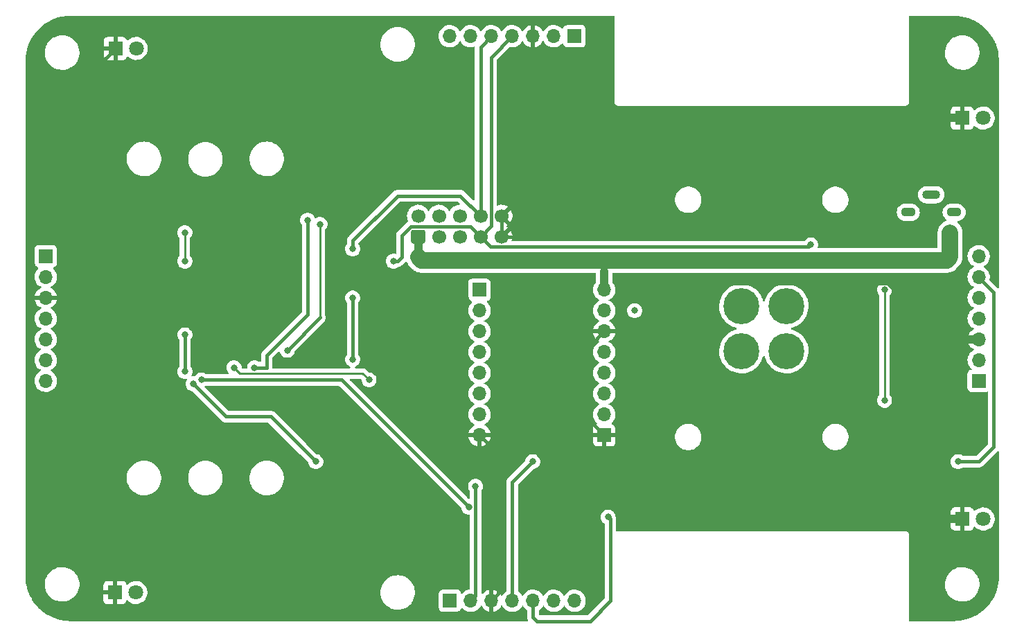
<source format=gbl>
G04 #@! TF.GenerationSoftware,KiCad,Pcbnew,5.99.0-unknown-15c4a7b06~104~ubuntu18.04.1*
G04 #@! TF.CreationDate,2020-09-30T21:22:08+01:00*
G04 #@! TF.ProjectId,nesta proto 2.1,6e657374-6120-4707-926f-746f20322e31,rev?*
G04 #@! TF.SameCoordinates,Original*
G04 #@! TF.FileFunction,Copper,L2,Bot*
G04 #@! TF.FilePolarity,Positive*
%FSLAX46Y46*%
G04 Gerber Fmt 4.6, Leading zero omitted, Abs format (unit mm)*
G04 Created by KiCad (PCBNEW 5.99.0-unknown-15c4a7b06~104~ubuntu18.04.1) date 2020-09-30 21:22:08*
%MOMM*%
%LPD*%
G01*
G04 APERTURE LIST*
G04 #@! TA.AperFunction,ComponentPad*
%ADD10C,4.400000*%
G04 #@! TD*
G04 #@! TA.AperFunction,ComponentPad*
%ADD11C,0.700000*%
G04 #@! TD*
G04 #@! TA.AperFunction,ComponentPad*
%ADD12R,1.800000X1.800000*%
G04 #@! TD*
G04 #@! TA.AperFunction,ComponentPad*
%ADD13C,1.800000*%
G04 #@! TD*
G04 #@! TA.AperFunction,ComponentPad*
%ADD14R,1.700000X1.700000*%
G04 #@! TD*
G04 #@! TA.AperFunction,ComponentPad*
%ADD15O,1.700000X1.700000*%
G04 #@! TD*
G04 #@! TA.AperFunction,ComponentPad*
%ADD16C,1.700000*%
G04 #@! TD*
G04 #@! TA.AperFunction,ComponentPad*
%ADD17O,2.200000X1.100000*%
G04 #@! TD*
G04 #@! TA.AperFunction,ComponentPad*
%ADD18O,1.800000X1.100000*%
G04 #@! TD*
G04 #@! TA.AperFunction,ViaPad*
%ADD19C,0.800000*%
G04 #@! TD*
G04 #@! TA.AperFunction,Conductor*
%ADD20C,0.400000*%
G04 #@! TD*
G04 #@! TA.AperFunction,Conductor*
%ADD21C,1.000000*%
G04 #@! TD*
G04 #@! TA.AperFunction,Conductor*
%ADD22C,0.250000*%
G04 #@! TD*
G04 #@! TA.AperFunction,Conductor*
%ADD23C,2.000000*%
G04 #@! TD*
G04 APERTURE END LIST*
D10*
X178000000Y-112000000D03*
D11*
X176833274Y-113166726D03*
X176833274Y-110833274D03*
X179166726Y-113166726D03*
X179166726Y-110833274D03*
X179650000Y-112000000D03*
X176350000Y-112000000D03*
X178000000Y-113650000D03*
X178000000Y-110350000D03*
X176833274Y-116333274D03*
X178000000Y-119150000D03*
X179166726Y-118666726D03*
X176350000Y-117500000D03*
X178000000Y-115850000D03*
D10*
X178000000Y-117500000D03*
D11*
X176833274Y-118666726D03*
X179166726Y-116333274D03*
X179650000Y-117500000D03*
D12*
X101500000Y-80500000D03*
D13*
X104040000Y-80500000D03*
D14*
X146000000Y-110000000D03*
D15*
X146000000Y-112540000D03*
X146000000Y-115080000D03*
X146000000Y-117620000D03*
X146000000Y-120160000D03*
X146000000Y-122700000D03*
X146000000Y-125240000D03*
X146000000Y-127780000D03*
D14*
X157600000Y-79000000D03*
D15*
X155060000Y-79000000D03*
X152520000Y-79000000D03*
X149980000Y-79000000D03*
X147440000Y-79000000D03*
X144900000Y-79000000D03*
X142360000Y-79000000D03*
D12*
X101460000Y-147000000D03*
D13*
X104000000Y-147000000D03*
D14*
X93000000Y-105880000D03*
D15*
X93000000Y-108420000D03*
X93000000Y-110960000D03*
X93000000Y-113500000D03*
X93000000Y-116040000D03*
X93000000Y-118580000D03*
X93000000Y-121120000D03*
D11*
X182333274Y-116333274D03*
X183500000Y-115850000D03*
X184666726Y-116333274D03*
X184666726Y-118666726D03*
D10*
X183500000Y-117500000D03*
D11*
X181850000Y-117500000D03*
X182333274Y-118666726D03*
X185150000Y-117500000D03*
X183500000Y-119150000D03*
D12*
X205000000Y-89000000D03*
D13*
X207540000Y-89000000D03*
D14*
X142380000Y-148000000D03*
D15*
X144920000Y-148000000D03*
X147460000Y-148000000D03*
X150000000Y-148000000D03*
X152540000Y-148000000D03*
X155080000Y-148000000D03*
X157620000Y-148000000D03*
G04 #@! TA.AperFunction,ComponentPad*
G36*
G01*
X139100000Y-104350000D02*
X137900000Y-104350000D01*
G75*
G02*
X137650000Y-104100000I0J250000D01*
G01*
X137650000Y-102900000D01*
G75*
G02*
X137900000Y-102650000I250000J0D01*
G01*
X139100000Y-102650000D01*
G75*
G02*
X139350000Y-102900000I0J-250000D01*
G01*
X139350000Y-104100000D01*
G75*
G02*
X139100000Y-104350000I-250000J0D01*
G01*
G37*
G04 #@! TD.AperFunction*
D16*
X138500000Y-100960000D03*
X141040000Y-103500000D03*
X141040000Y-100960000D03*
X143580000Y-103500000D03*
X143580000Y-100960000D03*
X146120000Y-103500000D03*
X146120000Y-100960000D03*
X148660000Y-103500000D03*
X148660000Y-100960000D03*
D14*
X207000000Y-121120000D03*
D15*
X207000000Y-118580000D03*
X207000000Y-116040000D03*
X207000000Y-113500000D03*
X207000000Y-110960000D03*
X207000000Y-108420000D03*
X207000000Y-105880000D03*
D17*
X201200000Y-98375000D03*
D18*
X204000000Y-100525000D03*
X198400000Y-100525000D03*
D11*
X183500000Y-113650000D03*
X181850000Y-112000000D03*
X185150000Y-112000000D03*
X184666726Y-110833274D03*
X183500000Y-110350000D03*
X182333274Y-110833274D03*
X182333274Y-113166726D03*
X184666726Y-113166726D03*
D10*
X183500000Y-112000000D03*
D12*
X205000000Y-138000000D03*
D13*
X207540000Y-138000000D03*
D14*
X161240000Y-127780000D03*
D15*
X161240000Y-125240000D03*
X161240000Y-122700000D03*
X161240000Y-120160000D03*
X161240000Y-117620000D03*
X161240000Y-115080000D03*
X161240000Y-112540000D03*
X161240000Y-110000000D03*
D19*
X135500000Y-106500000D03*
X111000000Y-121500000D03*
X126000000Y-131000000D03*
X130500000Y-111000000D03*
X161699999Y-137774990D03*
X130500000Y-105000000D03*
X130500000Y-118500000D03*
X152499987Y-131000000D03*
X186500000Y-104500000D03*
X199500000Y-102000000D03*
X197500000Y-103000000D03*
X198250000Y-102250000D03*
X107500000Y-112500000D03*
X198900000Y-102900000D03*
X110000000Y-120000000D03*
X110000000Y-115500000D03*
X110000000Y-103000000D03*
X145512660Y-133987340D03*
X110000000Y-106500000D03*
X164960000Y-112540000D03*
X112000000Y-121000000D03*
X204500000Y-131000000D03*
X144699990Y-136588388D03*
X126500000Y-102000000D03*
X122500000Y-117400021D03*
X203500000Y-106000000D03*
X203662500Y-104337500D03*
X203662500Y-103337500D03*
X125000000Y-101500000D03*
X118500000Y-119500000D03*
X195500000Y-123500000D03*
X195500000Y-110000000D03*
X116000000Y-119500000D03*
X132500000Y-121000000D03*
D20*
X120500000Y-125500000D02*
X115000000Y-125500000D01*
X115000000Y-125500000D02*
X111000000Y-121500000D01*
X126000000Y-131000000D02*
X120500000Y-125500000D01*
X152540000Y-148000000D02*
X152540000Y-150040000D01*
X153000000Y-150500000D02*
X159500000Y-150500000D01*
X152540000Y-150040000D02*
X153000000Y-150500000D01*
X146120000Y-80320000D02*
X146120000Y-100960000D01*
X130500000Y-118500000D02*
X130500000Y-111000000D01*
X130500000Y-105000000D02*
X130500000Y-104000000D01*
X130500000Y-104000000D02*
X136000000Y-98500000D01*
X143660000Y-98500000D02*
X146120000Y-100960000D01*
X147440000Y-79000000D02*
X146120000Y-80320000D01*
X159500000Y-150500000D02*
X162000000Y-148000000D01*
X136000000Y-98500000D02*
X143660000Y-98500000D01*
X162000000Y-148000000D02*
X162000000Y-138000000D01*
X147370001Y-104750001D02*
X186249999Y-104750001D01*
X147409999Y-102210001D02*
X146120000Y-103500000D01*
X136000000Y-106500000D02*
X135500000Y-106500000D01*
X150000000Y-133499987D02*
X152499987Y-131000000D01*
X136500000Y-106000000D02*
X136000000Y-106500000D01*
X147409999Y-81570001D02*
X147409999Y-102210001D01*
X137626553Y-102249999D02*
X136500000Y-103376552D01*
X146120000Y-103500000D02*
X147370001Y-104750001D01*
X144869999Y-102249999D02*
X137626553Y-102249999D01*
X186249999Y-104750001D02*
X186500000Y-104500000D01*
X149980000Y-79000000D02*
X147409999Y-81570001D01*
X146120000Y-103500000D02*
X144869999Y-102249999D01*
X136500000Y-103376552D02*
X136500000Y-106000000D01*
X150000000Y-148000000D02*
X150000000Y-133499987D01*
X152520000Y-97100000D02*
X148660000Y-100960000D01*
X152520000Y-79000000D02*
X152520000Y-97100000D01*
X99000000Y-83000000D02*
X101500000Y-80500000D01*
D21*
X203100000Y-138000000D02*
X201960000Y-136860000D01*
D20*
X101460000Y-118540000D02*
X101460000Y-147000000D01*
X201960000Y-115275996D02*
X201960000Y-116040000D01*
X148309999Y-147150001D02*
X147460000Y-148000000D01*
X161240000Y-127780000D02*
X159500000Y-126040000D01*
D21*
X194500000Y-102000000D02*
X194500000Y-96500000D01*
X195500000Y-103000000D02*
X194500000Y-102000000D01*
D20*
X159500000Y-126040000D02*
X159500000Y-116820000D01*
D21*
X197500000Y-103000000D02*
X195500000Y-103000000D01*
D20*
X148309999Y-130089999D02*
X148309999Y-147150001D01*
X107500000Y-112500000D02*
X103500000Y-116500000D01*
X148660000Y-103500000D02*
X148660000Y-100960000D01*
X146000000Y-127780000D02*
X161240000Y-127780000D01*
D21*
X201960000Y-136860000D02*
X201960000Y-116040000D01*
X205000000Y-138000000D02*
X203100000Y-138000000D01*
D20*
X107500000Y-112500000D02*
X100500000Y-105500000D01*
X99000000Y-104000000D02*
X99000000Y-83000000D01*
D21*
X194500000Y-96500000D02*
X200000000Y-91000000D01*
D20*
X146000000Y-127780000D02*
X148309999Y-130089999D01*
D21*
X200000000Y-91000000D02*
X202000000Y-89000000D01*
D20*
X167120002Y-109199998D02*
X195884002Y-109199998D01*
D21*
X202000000Y-89000000D02*
X205000000Y-89000000D01*
D20*
X195884002Y-109199998D02*
X201960000Y-115275996D01*
X159500000Y-116820000D02*
X161240000Y-115080000D01*
X93000000Y-110960000D02*
X105960000Y-110960000D01*
X105960000Y-110960000D02*
X107500000Y-112500000D01*
X103500000Y-116500000D02*
X101460000Y-118540000D01*
X100500000Y-105500000D02*
X99000000Y-104000000D01*
D21*
X201960000Y-116040000D02*
X207000000Y-116040000D01*
D20*
X153772806Y-103500000D02*
X148660000Y-103500000D01*
X145512660Y-147407340D02*
X145512660Y-133987340D01*
D22*
X110000000Y-106500000D02*
X110000000Y-103000000D01*
D20*
X144920000Y-148000000D02*
X145512660Y-147407340D01*
X110000000Y-120000000D02*
X110000000Y-115500000D01*
X208840001Y-129159999D02*
X207000000Y-131000000D01*
X207000000Y-131000000D02*
X204500000Y-131000000D01*
X208840001Y-110340001D02*
X208840001Y-129159999D01*
X207000000Y-108500000D02*
X208840001Y-110340001D01*
X112000000Y-121000000D02*
X129111602Y-121000000D01*
X129111602Y-121000000D02*
X144699990Y-136588388D01*
X126500000Y-113400021D02*
X122500000Y-117400021D01*
D22*
X126500000Y-113400021D02*
X126500000Y-102000000D01*
D23*
X138899999Y-106399999D02*
X203100001Y-106399999D01*
X203500000Y-106000000D02*
X203500000Y-103000000D01*
D21*
X138500000Y-103500000D02*
X138500000Y-106000000D01*
D23*
X203100001Y-106399999D02*
X203500000Y-106000000D01*
X138500000Y-106000000D02*
X138899999Y-106399999D01*
D21*
X161240000Y-110000000D02*
X161240000Y-107760000D01*
D20*
X118500000Y-119500000D02*
X120000000Y-119500000D01*
X120000000Y-118000000D02*
X125000000Y-113000000D01*
X125000000Y-113000000D02*
X125000000Y-101500000D01*
X120000000Y-119500000D02*
X120000000Y-118000000D01*
D22*
X195500000Y-123500000D02*
X195500000Y-111000000D01*
X131725001Y-120225001D02*
X132500000Y-121000000D01*
X116000000Y-119500000D02*
X116725001Y-120225001D01*
X195500000Y-111000000D02*
X195500000Y-110000000D01*
X116725001Y-120225001D02*
X131725001Y-120225001D01*
G04 #@! TA.AperFunction,Conductor*
G36*
X162491500Y-86991761D02*
G01*
X162491236Y-87034985D01*
X162491024Y-87069721D01*
X162501510Y-87106411D01*
X162506920Y-87144186D01*
X162506921Y-87144188D01*
X162506921Y-87144189D01*
X162521423Y-87176083D01*
X162531051Y-87209771D01*
X162551411Y-87242040D01*
X162567207Y-87276781D01*
X162567208Y-87276782D01*
X162590080Y-87303326D01*
X162608776Y-87332958D01*
X162608777Y-87332959D01*
X162637376Y-87358218D01*
X162662286Y-87387127D01*
X162691692Y-87406187D01*
X162717951Y-87429378D01*
X162752489Y-87445594D01*
X162784515Y-87466352D01*
X162793203Y-87468950D01*
X162818090Y-87476393D01*
X162849800Y-87491281D01*
X162867864Y-87493980D01*
X162885927Y-87496680D01*
X162891980Y-87498490D01*
X162924066Y-87508086D01*
X162963870Y-87508329D01*
X162965013Y-87508500D01*
X162991762Y-87508500D01*
X163065889Y-87508953D01*
X163069720Y-87508976D01*
X163069723Y-87508976D01*
X163071388Y-87508500D01*
X197991762Y-87508500D01*
X198069719Y-87508976D01*
X198069720Y-87508976D01*
X198106408Y-87498490D01*
X198131594Y-87494883D01*
X198144188Y-87493080D01*
X198176087Y-87478576D01*
X198209769Y-87468950D01*
X198219207Y-87462995D01*
X198242040Y-87448589D01*
X198276782Y-87432792D01*
X198303326Y-87409920D01*
X198332958Y-87391224D01*
X198332959Y-87391223D01*
X198358218Y-87362624D01*
X198387127Y-87337714D01*
X198406187Y-87308308D01*
X198429378Y-87282049D01*
X198431851Y-87276781D01*
X198445594Y-87247511D01*
X198466352Y-87215485D01*
X198476392Y-87181912D01*
X198491281Y-87150200D01*
X198496680Y-87114072D01*
X198498972Y-87106410D01*
X198500091Y-87102667D01*
X198508086Y-87075934D01*
X198508329Y-87036130D01*
X198508500Y-87034987D01*
X198508500Y-87008180D01*
X198508601Y-86991761D01*
X198508976Y-86930276D01*
X198508500Y-86928611D01*
X198508500Y-81121631D01*
X202890579Y-81121631D01*
X202906907Y-81250879D01*
X202926602Y-81406784D01*
X203000993Y-81684413D01*
X203112373Y-81949377D01*
X203258683Y-82196774D01*
X203437215Y-82422025D01*
X203487671Y-82470410D01*
X203644666Y-82620963D01*
X203702165Y-82662738D01*
X203877195Y-82789905D01*
X204130501Y-82925727D01*
X204201384Y-82952088D01*
X204399890Y-83025912D01*
X204399894Y-83025913D01*
X204399897Y-83025914D01*
X204680397Y-83088613D01*
X204966812Y-83112664D01*
X204966814Y-83112664D01*
X205253839Y-83097623D01*
X205536169Y-83043765D01*
X205589218Y-83025912D01*
X205808581Y-82952088D01*
X206066029Y-82824290D01*
X206119897Y-82787681D01*
X206303748Y-82662738D01*
X206350145Y-82620962D01*
X206517347Y-82470412D01*
X206702866Y-82250879D01*
X206702868Y-82250877D01*
X206856874Y-82008204D01*
X206976524Y-81746864D01*
X207059596Y-81471715D01*
X207059597Y-81471711D01*
X207104560Y-81187827D01*
X207108032Y-80856289D01*
X207069024Y-80571526D01*
X207008369Y-80354282D01*
X206991731Y-80294690D01*
X206877583Y-80030910D01*
X206869676Y-80017854D01*
X206728689Y-79785057D01*
X206728688Y-79785055D01*
X206728685Y-79785051D01*
X206547811Y-79561691D01*
X206482441Y-79500304D01*
X206338286Y-79364934D01*
X206104000Y-79198435D01*
X205849286Y-79065274D01*
X205578855Y-78967913D01*
X205297714Y-78908154D01*
X205011063Y-78887104D01*
X205011058Y-78887104D01*
X204772017Y-78902143D01*
X204724208Y-78905151D01*
X204442456Y-78961963D01*
X204171021Y-79056486D01*
X204052207Y-79117025D01*
X203914926Y-79186973D01*
X203678906Y-79351011D01*
X203490112Y-79524616D01*
X203467338Y-79545558D01*
X203445853Y-79571529D01*
X203284129Y-79767019D01*
X203132670Y-80011298D01*
X203015762Y-80273877D01*
X202964270Y-80451116D01*
X202935576Y-80549883D01*
X202893588Y-80834222D01*
X202891767Y-81008204D01*
X202890579Y-81121631D01*
X198508500Y-81121631D01*
X198508500Y-76508500D01*
X203950156Y-76508500D01*
X203961635Y-76510763D01*
X203973111Y-76513025D01*
X203974010Y-76513066D01*
X203979383Y-76513315D01*
X203979475Y-76513319D01*
X203979525Y-76513321D01*
X204439963Y-76531814D01*
X204877078Y-76584710D01*
X204932183Y-76595921D01*
X205308563Y-76672497D01*
X205731603Y-76794602D01*
X206143497Y-76950243D01*
X206541579Y-77138416D01*
X206750783Y-77258713D01*
X206923285Y-77357906D01*
X207286160Y-77607304D01*
X207623844Y-77881732D01*
X207627865Y-77885000D01*
X207905172Y-78150001D01*
X207946193Y-78189202D01*
X208239113Y-78517970D01*
X208504707Y-78869147D01*
X208741287Y-79240503D01*
X208947324Y-79629642D01*
X208982291Y-79710833D01*
X209121490Y-80034047D01*
X209260166Y-80443749D01*
X209262658Y-80451112D01*
X209369929Y-80878177D01*
X209410780Y-81122292D01*
X209442598Y-81312433D01*
X209480592Y-81755608D01*
X209486403Y-82011659D01*
X209491500Y-82042278D01*
X209491500Y-109685340D01*
X209471498Y-109753461D01*
X209417842Y-109799954D01*
X209347568Y-109810058D01*
X209276405Y-109774435D01*
X208308738Y-108806768D01*
X208355567Y-108561280D01*
X208358030Y-108304773D01*
X208319198Y-108077600D01*
X208242649Y-107860226D01*
X208130569Y-107658860D01*
X208127101Y-107654546D01*
X207986160Y-107479250D01*
X207986158Y-107479247D01*
X207813558Y-107326544D01*
X207789512Y-107311635D01*
X207617688Y-107205100D01*
X207617685Y-107205099D01*
X207525016Y-107147642D01*
X207594249Y-107106535D01*
X207594251Y-107106534D01*
X207792413Y-106988874D01*
X207956309Y-106849388D01*
X207967917Y-106839509D01*
X207979579Y-106825562D01*
X208059481Y-106730000D01*
X208115748Y-106662705D01*
X208231674Y-106463523D01*
X208312383Y-106247660D01*
X208355567Y-106021280D01*
X208358030Y-105764773D01*
X208336271Y-105637479D01*
X208319199Y-105537603D01*
X208276014Y-105414972D01*
X208242649Y-105320226D01*
X208130569Y-105118860D01*
X208059125Y-105030000D01*
X208008368Y-104966871D01*
X207986158Y-104939247D01*
X207813558Y-104786544D01*
X207790233Y-104772082D01*
X207617688Y-104665100D01*
X207404159Y-104578395D01*
X207179074Y-104528907D01*
X207102339Y-104525288D01*
X206948871Y-104518050D01*
X206948869Y-104518050D01*
X206720126Y-104546137D01*
X206499386Y-104612362D01*
X206292959Y-104714833D01*
X206106749Y-104850620D01*
X205946080Y-105015839D01*
X205815545Y-105205768D01*
X205718878Y-105414975D01*
X205658842Y-105637479D01*
X205638877Y-105848688D01*
X205637154Y-105866920D01*
X205654432Y-106096728D01*
X205710186Y-106320345D01*
X205802820Y-106531369D01*
X205929683Y-106723768D01*
X206087153Y-106892044D01*
X206214725Y-106988876D01*
X206270721Y-107031379D01*
X206462491Y-107131208D01*
X206106753Y-107390617D01*
X206106749Y-107390620D01*
X205946080Y-107555839D01*
X205815545Y-107745768D01*
X205718878Y-107954975D01*
X205658842Y-108177479D01*
X205637154Y-108406917D01*
X205637154Y-108406920D01*
X205654432Y-108636728D01*
X205710186Y-108860345D01*
X205802820Y-109071369D01*
X205929683Y-109263768D01*
X206087153Y-109432044D01*
X206214725Y-109528876D01*
X206270721Y-109571379D01*
X206462491Y-109671208D01*
X206190597Y-109869477D01*
X206106749Y-109930620D01*
X205946080Y-110095839D01*
X205815545Y-110285768D01*
X205718878Y-110494975D01*
X205658842Y-110717479D01*
X205637154Y-110946917D01*
X205637154Y-110946920D01*
X205654432Y-111176728D01*
X205710186Y-111400345D01*
X205802820Y-111611369D01*
X205929683Y-111803768D01*
X206087153Y-111972044D01*
X206214725Y-112068876D01*
X206270721Y-112111379D01*
X206462491Y-112211208D01*
X206194619Y-112406544D01*
X206106749Y-112470620D01*
X205946080Y-112635839D01*
X205815545Y-112825768D01*
X205718878Y-113034975D01*
X205658842Y-113257479D01*
X205637154Y-113486917D01*
X205637154Y-113486920D01*
X205654432Y-113716728D01*
X205710186Y-113940345D01*
X205802820Y-114151369D01*
X205929683Y-114343768D01*
X206087153Y-114512044D01*
X206214725Y-114608876D01*
X206270721Y-114651379D01*
X206462491Y-114751208D01*
X206106753Y-115010617D01*
X205946079Y-115175841D01*
X205815546Y-115365768D01*
X205718880Y-115574972D01*
X205661940Y-115786000D01*
X207254000Y-115786001D01*
X207253999Y-116294000D01*
X205663726Y-116293999D01*
X205710186Y-116480345D01*
X205802820Y-116691369D01*
X205929683Y-116883768D01*
X206087153Y-117052044D01*
X206270721Y-117191379D01*
X206462493Y-117291206D01*
X206169625Y-117504770D01*
X206106749Y-117550620D01*
X205946080Y-117715839D01*
X205815545Y-117905768D01*
X205718878Y-118114975D01*
X205658842Y-118337479D01*
X205637154Y-118566917D01*
X205637154Y-118566920D01*
X205654432Y-118796728D01*
X205710186Y-119020345D01*
X205802820Y-119231369D01*
X205920709Y-119410157D01*
X205929684Y-119423769D01*
X206087152Y-119592043D01*
X206087154Y-119592045D01*
X206221048Y-119735126D01*
X206150001Y-119754163D01*
X206150000Y-119754163D01*
X206054037Y-119779876D01*
X205892081Y-119823272D01*
X205754845Y-119938426D01*
X205665272Y-120093572D01*
X205654720Y-120153414D01*
X205634163Y-120270000D01*
X205634163Y-121970000D01*
X205679775Y-122140226D01*
X205703272Y-122227919D01*
X205818426Y-122365155D01*
X205973572Y-122454728D01*
X206061786Y-122470282D01*
X206150000Y-122485837D01*
X207850000Y-122485837D01*
X208107919Y-122416728D01*
X208107921Y-122416727D01*
X208131502Y-122410408D01*
X208131502Y-128866528D01*
X206706530Y-130291500D01*
X205089843Y-130291500D01*
X204850670Y-130153414D01*
X204850668Y-130153413D01*
X204619606Y-130091500D01*
X204380394Y-130091500D01*
X204149332Y-130153413D01*
X203997675Y-130240972D01*
X203942166Y-130273020D01*
X203773020Y-130442166D01*
X203773019Y-130442168D01*
X203653413Y-130649332D01*
X203591500Y-130880394D01*
X203591500Y-131119606D01*
X203653413Y-131350668D01*
X203740972Y-131502325D01*
X203773020Y-131557834D01*
X203942166Y-131726980D01*
X203942168Y-131726981D01*
X204149332Y-131846587D01*
X204380394Y-131908500D01*
X204619606Y-131908500D01*
X204850668Y-131846587D01*
X204850670Y-131846586D01*
X205089843Y-131708500D01*
X206920591Y-131708500D01*
X206942595Y-131713479D01*
X206942596Y-131713479D01*
X206962658Y-131712234D01*
X207022847Y-131708500D01*
X207050868Y-131708500D01*
X207072285Y-131705433D01*
X207138599Y-131701319D01*
X207145153Y-131700912D01*
X207172309Y-131691109D01*
X207200894Y-131687015D01*
X207200896Y-131687014D01*
X207200897Y-131687014D01*
X207267371Y-131656790D01*
X207321102Y-131637393D01*
X207336039Y-131632001D01*
X207336040Y-131632000D01*
X207336041Y-131632000D01*
X207358586Y-131615317D01*
X207385644Y-131603015D01*
X207449077Y-131548357D01*
X207466516Y-131535453D01*
X207481857Y-131520112D01*
X207539389Y-131470539D01*
X207554052Y-131447917D01*
X209284834Y-129717137D01*
X209296456Y-129709804D01*
X209298276Y-129708656D01*
X209366563Y-129689228D01*
X209434512Y-129709804D01*
X209480552Y-129763849D01*
X209491501Y-129815224D01*
X209491501Y-144950153D01*
X209488351Y-144966134D01*
X209486975Y-144973113D01*
X209486685Y-144979383D01*
X209486681Y-144979475D01*
X209486679Y-144979525D01*
X209468186Y-145439963D01*
X209416597Y-145866282D01*
X209415290Y-145877079D01*
X209327503Y-146308563D01*
X209205398Y-146731603D01*
X209049755Y-147143502D01*
X208861584Y-147541579D01*
X208706358Y-147811526D01*
X208642097Y-147923279D01*
X208392702Y-148286153D01*
X208114998Y-148627866D01*
X207810805Y-148946187D01*
X207568361Y-149162196D01*
X207482037Y-149239108D01*
X207130853Y-149504707D01*
X207083309Y-149534996D01*
X206759503Y-149741283D01*
X206370364Y-149947322D01*
X206140905Y-150046143D01*
X205987340Y-150112279D01*
X205965952Y-150121490D01*
X205548901Y-150262654D01*
X205370921Y-150307360D01*
X205121836Y-150369926D01*
X204687565Y-150442599D01*
X204244394Y-150480592D01*
X203988341Y-150486403D01*
X203965377Y-150490226D01*
X203957721Y-150491500D01*
X198508500Y-150491500D01*
X198508500Y-146121631D01*
X202890579Y-146121631D01*
X202916715Y-146328517D01*
X202926602Y-146406784D01*
X203000993Y-146684413D01*
X203112373Y-146949377D01*
X203258683Y-147196774D01*
X203437215Y-147422025D01*
X203561883Y-147541577D01*
X203644666Y-147620963D01*
X203702165Y-147662738D01*
X203877195Y-147789905D01*
X204130501Y-147925727D01*
X204201384Y-147952088D01*
X204399890Y-148025912D01*
X204399894Y-148025913D01*
X204399897Y-148025914D01*
X204680397Y-148088613D01*
X204966812Y-148112664D01*
X204966814Y-148112664D01*
X205253839Y-148097623D01*
X205536169Y-148043765D01*
X205668225Y-147999323D01*
X205808581Y-147952088D01*
X206066029Y-147824290D01*
X206161361Y-147759503D01*
X206303748Y-147662738D01*
X206416689Y-147561045D01*
X206517347Y-147470412D01*
X206702866Y-147250879D01*
X206702868Y-147250877D01*
X206856874Y-147008204D01*
X206976524Y-146746864D01*
X207059596Y-146471715D01*
X207069880Y-146406784D01*
X207104560Y-146187827D01*
X207108032Y-145856289D01*
X207069024Y-145571526D01*
X206997697Y-145316059D01*
X206991731Y-145294690D01*
X206877583Y-145030910D01*
X206877582Y-145030908D01*
X206728689Y-144785057D01*
X206728688Y-144785055D01*
X206728685Y-144785051D01*
X206547811Y-144561691D01*
X206338287Y-144364935D01*
X206318695Y-144351011D01*
X206104000Y-144198435D01*
X205849286Y-144065274D01*
X205578855Y-143967913D01*
X205297714Y-143908154D01*
X205011063Y-143887104D01*
X205011058Y-143887104D01*
X204772017Y-143902143D01*
X204724208Y-143905151D01*
X204442456Y-143961963D01*
X204171021Y-144056486D01*
X204153774Y-144065274D01*
X203914926Y-144186973D01*
X203678906Y-144351011D01*
X203467340Y-144545556D01*
X203284129Y-144767019D01*
X203132670Y-145011298D01*
X203015762Y-145273877D01*
X202935576Y-145549883D01*
X202915246Y-145687559D01*
X202893588Y-145834222D01*
X202891633Y-146021004D01*
X202890579Y-146121631D01*
X198508500Y-146121631D01*
X198508500Y-140008238D01*
X198508976Y-139930278D01*
X198498490Y-139893590D01*
X198493080Y-139855813D01*
X198478577Y-139823915D01*
X198468949Y-139790229D01*
X198448587Y-139757958D01*
X198432792Y-139723218D01*
X198409920Y-139696674D01*
X198391224Y-139667042D01*
X198391223Y-139667041D01*
X198362624Y-139641782D01*
X198337714Y-139612874D01*
X198337713Y-139612873D01*
X198308310Y-139593815D01*
X198282049Y-139570622D01*
X198282048Y-139570621D01*
X198247505Y-139554403D01*
X198215483Y-139533647D01*
X198181911Y-139523607D01*
X198150199Y-139508718D01*
X198114073Y-139503319D01*
X198087734Y-139495443D01*
X198075933Y-139491914D01*
X198036130Y-139491671D01*
X198034987Y-139491500D01*
X198008237Y-139491500D01*
X197934110Y-139491047D01*
X197930279Y-139491024D01*
X197930276Y-139491024D01*
X197928611Y-139491500D01*
X163008237Y-139491500D01*
X162930279Y-139491024D01*
X162898873Y-139500000D01*
X162708500Y-139500000D01*
X162708500Y-138254000D01*
X203584163Y-138254000D01*
X203584163Y-138899999D01*
X203653272Y-139157919D01*
X203768426Y-139295155D01*
X203923572Y-139384728D01*
X204100001Y-139415837D01*
X204746000Y-139415837D01*
X204746000Y-138254000D01*
X203584163Y-138254000D01*
X162708500Y-138254000D01*
X162708500Y-137949129D01*
X162687014Y-137799105D01*
X162687014Y-137799103D01*
X162603015Y-137614356D01*
X162595019Y-137605076D01*
X162546586Y-137424322D01*
X162426980Y-137217158D01*
X162426979Y-137217156D01*
X162309824Y-137100001D01*
X203584163Y-137100001D01*
X203584163Y-137746000D01*
X204746000Y-137746000D01*
X204746000Y-136584163D01*
X205254000Y-136584163D01*
X205254000Y-139415837D01*
X205899999Y-139415837D01*
X206157919Y-139346728D01*
X206295155Y-139231574D01*
X206474086Y-138921653D01*
X206593540Y-139049303D01*
X206593542Y-139049305D01*
X206783870Y-139193772D01*
X206995818Y-139304105D01*
X206995821Y-139304106D01*
X206995823Y-139304107D01*
X207223323Y-139377149D01*
X207459887Y-139410817D01*
X207459888Y-139410817D01*
X207698741Y-139404146D01*
X207933055Y-139357325D01*
X207960661Y-139346728D01*
X208156130Y-139271695D01*
X208239596Y-139222136D01*
X208361589Y-139149702D01*
X208543556Y-138994836D01*
X208696828Y-138811525D01*
X208817023Y-138605010D01*
X208855548Y-138501970D01*
X208900704Y-138381193D01*
X208945477Y-138146482D01*
X208948030Y-137880530D01*
X208948030Y-137880527D01*
X208907770Y-137644997D01*
X208893712Y-137605076D01*
X208828402Y-137419616D01*
X208712194Y-137210832D01*
X208562472Y-137024616D01*
X208539599Y-137004379D01*
X208383509Y-136866282D01*
X208180430Y-136740368D01*
X207959040Y-136650471D01*
X207725668Y-136599161D01*
X207646108Y-136595409D01*
X207486989Y-136587905D01*
X207486987Y-136587905D01*
X207249822Y-136617025D01*
X207020954Y-136685689D01*
X206806927Y-136791933D01*
X206704969Y-136866282D01*
X206613861Y-136932719D01*
X206578105Y-136969488D01*
X206516274Y-137004379D01*
X206445394Y-137000304D01*
X206387970Y-136958555D01*
X206366067Y-136914256D01*
X206346728Y-136842082D01*
X206231574Y-136704845D01*
X206076428Y-136615272D01*
X205899999Y-136584163D01*
X205254000Y-136584163D01*
X204746000Y-136584163D01*
X204100001Y-136584163D01*
X203842081Y-136653272D01*
X203704845Y-136768426D01*
X203615272Y-136923572D01*
X203584163Y-137100001D01*
X162309824Y-137100001D01*
X162257833Y-137048010D01*
X162202324Y-137015962D01*
X162050667Y-136928403D01*
X161819605Y-136866490D01*
X161580393Y-136866490D01*
X161349331Y-136928403D01*
X161197674Y-137015962D01*
X161142165Y-137048010D01*
X160973019Y-137217156D01*
X160973018Y-137217158D01*
X160853412Y-137424322D01*
X160791499Y-137655384D01*
X160791499Y-137894596D01*
X160853412Y-138125658D01*
X160853413Y-138125659D01*
X160973019Y-138332824D01*
X161142165Y-138501970D01*
X161142167Y-138501971D01*
X161291501Y-138588189D01*
X161291500Y-147706530D01*
X159206530Y-149791500D01*
X153293469Y-149791500D01*
X153248500Y-149746530D01*
X153248500Y-149158698D01*
X153332413Y-149108874D01*
X153507918Y-148959508D01*
X153599481Y-148850000D01*
X153655748Y-148782705D01*
X153745866Y-148627866D01*
X153771673Y-148583525D01*
X153771674Y-148583523D01*
X153802810Y-148530025D01*
X153882819Y-148651366D01*
X153882820Y-148651369D01*
X153940700Y-148739149D01*
X154009683Y-148843768D01*
X154167153Y-149012044D01*
X154350723Y-149151381D01*
X154555141Y-149257794D01*
X154774570Y-149328245D01*
X155002732Y-149360717D01*
X155002733Y-149360717D01*
X155233104Y-149354282D01*
X155459097Y-149309124D01*
X155459098Y-149309124D01*
X155459101Y-149309123D01*
X155674250Y-149226535D01*
X155774262Y-149167152D01*
X155872413Y-149108874D01*
X156047918Y-148959508D01*
X156139481Y-148850000D01*
X156195748Y-148782705D01*
X156285866Y-148627866D01*
X156311673Y-148583525D01*
X156311674Y-148583523D01*
X156342810Y-148530025D01*
X156422819Y-148651366D01*
X156422820Y-148651369D01*
X156480700Y-148739149D01*
X156549683Y-148843768D01*
X156707153Y-149012044D01*
X156890723Y-149151381D01*
X157095141Y-149257794D01*
X157314570Y-149328245D01*
X157542732Y-149360717D01*
X157542733Y-149360717D01*
X157773104Y-149354282D01*
X157999097Y-149309124D01*
X157999098Y-149309124D01*
X157999101Y-149309123D01*
X158214250Y-149226535D01*
X158314262Y-149167152D01*
X158412413Y-149108874D01*
X158587918Y-148959508D01*
X158679481Y-148850000D01*
X158735748Y-148782705D01*
X158825866Y-148627866D01*
X158851673Y-148583525D01*
X158861539Y-148557137D01*
X158932383Y-148367660D01*
X158975567Y-148141280D01*
X158978030Y-147884773D01*
X158954457Y-147746866D01*
X158939199Y-147657603D01*
X158920678Y-147605010D01*
X158862649Y-147440226D01*
X158750569Y-147238860D01*
X158750568Y-147238859D01*
X158750567Y-147238857D01*
X158632979Y-147092606D01*
X158606158Y-147059247D01*
X158433558Y-146906544D01*
X158410233Y-146892082D01*
X158237688Y-146785100D01*
X158024159Y-146698395D01*
X157799074Y-146648907D01*
X157716105Y-146644994D01*
X157568871Y-146638050D01*
X157568869Y-146638050D01*
X157340126Y-146666137D01*
X157119386Y-146732362D01*
X156912959Y-146834833D01*
X156726749Y-146970620D01*
X156566080Y-147135839D01*
X156435545Y-147325768D01*
X156435543Y-147325772D01*
X156337968Y-147467745D01*
X156210568Y-147238858D01*
X156066158Y-147059247D01*
X155893558Y-146906544D01*
X155870233Y-146892082D01*
X155697688Y-146785100D01*
X155484159Y-146698395D01*
X155259074Y-146648907D01*
X155176105Y-146644994D01*
X155028871Y-146638050D01*
X155028869Y-146638050D01*
X154800126Y-146666137D01*
X154579386Y-146732362D01*
X154372959Y-146834833D01*
X154186749Y-146970620D01*
X154026080Y-147135839D01*
X153895545Y-147325768D01*
X153895543Y-147325772D01*
X153797968Y-147467745D01*
X153670568Y-147238858D01*
X153526158Y-147059247D01*
X153353558Y-146906544D01*
X153330233Y-146892082D01*
X153157688Y-146785100D01*
X152944159Y-146698395D01*
X152719074Y-146648907D01*
X152636105Y-146644994D01*
X152488871Y-146638050D01*
X152488869Y-146638050D01*
X152260126Y-146666137D01*
X152039386Y-146732362D01*
X151832959Y-146834833D01*
X151646749Y-146970620D01*
X151486080Y-147135839D01*
X151355545Y-147325768D01*
X151355543Y-147325772D01*
X151257968Y-147467745D01*
X151130568Y-147238858D01*
X150986158Y-147059247D01*
X150813557Y-146906542D01*
X150755400Y-146870485D01*
X150708500Y-146841406D01*
X150708500Y-133793456D01*
X152583890Y-131918067D01*
X152676747Y-131893186D01*
X152850655Y-131846587D01*
X153057819Y-131726981D01*
X153057821Y-131726980D01*
X153226967Y-131557834D01*
X153259015Y-131502325D01*
X153346574Y-131350668D01*
X153408487Y-131119606D01*
X153408487Y-130880394D01*
X153346574Y-130649332D01*
X153226968Y-130442168D01*
X153226967Y-130442166D01*
X153057821Y-130273020D01*
X153002312Y-130240972D01*
X152850655Y-130153413D01*
X152619593Y-130091500D01*
X152380381Y-130091500D01*
X152149319Y-130153413D01*
X151997662Y-130240972D01*
X151942153Y-130273020D01*
X151773007Y-130442166D01*
X151773006Y-130442168D01*
X151653400Y-130649332D01*
X151615779Y-130789736D01*
X151581920Y-130916096D01*
X149555167Y-132942850D01*
X149536086Y-132954889D01*
X149536085Y-132954890D01*
X149482849Y-133015168D01*
X149463047Y-133034969D01*
X149463046Y-133034971D01*
X149450073Y-133052282D01*
X149426618Y-133078840D01*
X149401742Y-133107006D01*
X149389469Y-133133146D01*
X149372153Y-133156251D01*
X149346522Y-133224618D01*
X149315492Y-133290711D01*
X149311345Y-133318454D01*
X149306602Y-133331108D01*
X149300913Y-133346283D01*
X149300913Y-133346285D01*
X149294708Y-133429778D01*
X149291501Y-133451238D01*
X149291501Y-133472939D01*
X149285874Y-133548671D01*
X149291501Y-133575033D01*
X149291500Y-146835896D01*
X149135880Y-146949377D01*
X149106749Y-146970620D01*
X148946080Y-147135839D01*
X148815545Y-147325768D01*
X148815543Y-147325772D01*
X148717968Y-147467745D01*
X148590568Y-147238858D01*
X148446158Y-147059247D01*
X148273558Y-146906544D01*
X148077688Y-146785101D01*
X147864160Y-146698395D01*
X147714000Y-146665380D01*
X147713999Y-147746001D01*
X147714000Y-147746001D01*
X147713999Y-149334122D01*
X147839096Y-149309125D01*
X148054250Y-149226535D01*
X148252412Y-149108874D01*
X148427917Y-148959509D01*
X148575748Y-148782705D01*
X148722810Y-148530025D01*
X148802819Y-148651366D01*
X148802820Y-148651369D01*
X148860700Y-148739149D01*
X148929683Y-148843768D01*
X149087153Y-149012044D01*
X149270723Y-149151381D01*
X149475141Y-149257794D01*
X149694570Y-149328245D01*
X149922732Y-149360717D01*
X149922733Y-149360717D01*
X150153104Y-149354282D01*
X150379097Y-149309124D01*
X150379098Y-149309124D01*
X150379101Y-149309123D01*
X150594250Y-149226535D01*
X150694262Y-149167152D01*
X150792413Y-149108874D01*
X150967918Y-148959508D01*
X151059481Y-148850000D01*
X151115748Y-148782705D01*
X151205866Y-148627866D01*
X151231673Y-148583525D01*
X151231674Y-148583523D01*
X151262810Y-148530025D01*
X151342819Y-148651366D01*
X151342820Y-148651369D01*
X151400700Y-148739149D01*
X151469683Y-148843768D01*
X151627153Y-149012044D01*
X151831501Y-149167152D01*
X151831501Y-149960587D01*
X151826521Y-149982596D01*
X151831501Y-150062860D01*
X151831501Y-150090871D01*
X151834566Y-150112279D01*
X151839087Y-150185151D01*
X151848893Y-150212312D01*
X151852987Y-150240898D01*
X151883206Y-150307360D01*
X151908000Y-150376041D01*
X151908002Y-150376044D01*
X151949684Y-150491500D01*
X96049844Y-150491500D01*
X96037511Y-150489069D01*
X96026889Y-150486975D01*
X96025990Y-150486934D01*
X96020617Y-150486685D01*
X96020525Y-150486681D01*
X96020475Y-150486679D01*
X95560037Y-150468186D01*
X95122922Y-150415290D01*
X95040838Y-150398590D01*
X94691437Y-150327503D01*
X94268397Y-150205398D01*
X93856498Y-150049755D01*
X93458421Y-149861584D01*
X93076721Y-149642097D01*
X92713847Y-149392702D01*
X92372134Y-149114998D01*
X92251496Y-148999714D01*
X92053809Y-148810801D01*
X92035193Y-148789906D01*
X91760892Y-148482037D01*
X91495293Y-148130853D01*
X91338521Y-147884770D01*
X91258717Y-147759503D01*
X91052675Y-147370358D01*
X91047636Y-147358656D01*
X90880521Y-146970621D01*
X90878508Y-146965947D01*
X90737344Y-146548895D01*
X90701647Y-146406777D01*
X90668263Y-146273873D01*
X90630074Y-146121836D01*
X90630040Y-146121631D01*
X92890579Y-146121631D01*
X92916715Y-146328517D01*
X92926602Y-146406784D01*
X93000993Y-146684413D01*
X93112373Y-146949377D01*
X93258683Y-147196774D01*
X93437215Y-147422025D01*
X93561883Y-147541577D01*
X93644666Y-147620963D01*
X93702165Y-147662738D01*
X93877195Y-147789905D01*
X94130501Y-147925727D01*
X94201384Y-147952088D01*
X94399890Y-148025912D01*
X94399894Y-148025913D01*
X94399897Y-148025914D01*
X94680397Y-148088613D01*
X94966812Y-148112664D01*
X94966814Y-148112664D01*
X95253839Y-148097623D01*
X95536169Y-148043765D01*
X95668225Y-147999323D01*
X95808581Y-147952088D01*
X96066029Y-147824290D01*
X96161361Y-147759503D01*
X96303748Y-147662738D01*
X96416689Y-147561045D01*
X96517347Y-147470412D01*
X96700228Y-147254000D01*
X100044163Y-147254000D01*
X100044163Y-147899999D01*
X100113272Y-148157919D01*
X100228426Y-148295155D01*
X100383572Y-148384728D01*
X100560001Y-148415837D01*
X101206000Y-148415837D01*
X101206000Y-147254000D01*
X100044163Y-147254000D01*
X96700228Y-147254000D01*
X96702866Y-147250879D01*
X96702868Y-147250877D01*
X96856874Y-147008204D01*
X96976524Y-146746864D01*
X97059596Y-146471715D01*
X97069880Y-146406784D01*
X97104560Y-146187827D01*
X97105479Y-146100001D01*
X100044163Y-146100001D01*
X100044163Y-146746000D01*
X101206000Y-146746000D01*
X101206000Y-145584163D01*
X101714000Y-145584163D01*
X101714000Y-148415837D01*
X102359999Y-148415837D01*
X102617919Y-148346728D01*
X102755155Y-148231574D01*
X102934086Y-147921653D01*
X103031651Y-148025912D01*
X103053542Y-148049305D01*
X103243870Y-148193772D01*
X103455818Y-148304105D01*
X103455821Y-148304106D01*
X103455823Y-148304107D01*
X103683323Y-148377149D01*
X103919887Y-148410817D01*
X103919888Y-148410817D01*
X104158741Y-148404146D01*
X104393055Y-148357325D01*
X104420661Y-148346728D01*
X104616130Y-148271695D01*
X104742307Y-148196776D01*
X104821589Y-148149702D01*
X105003556Y-147994836D01*
X105156828Y-147811525D01*
X105277023Y-147605010D01*
X105300739Y-147541579D01*
X105360704Y-147381193D01*
X105405477Y-147146482D01*
X105405715Y-147121631D01*
X133890579Y-147121631D01*
X133920522Y-147358656D01*
X133926602Y-147406784D01*
X134000993Y-147684413D01*
X134112373Y-147949377D01*
X134258683Y-148196774D01*
X134437215Y-148422025D01*
X134532982Y-148513862D01*
X134644666Y-148620963D01*
X134702165Y-148662738D01*
X134877195Y-148789905D01*
X135130501Y-148925727D01*
X135233238Y-148963934D01*
X135399890Y-149025912D01*
X135399894Y-149025913D01*
X135399897Y-149025914D01*
X135680397Y-149088613D01*
X135966812Y-149112664D01*
X135966814Y-149112664D01*
X136253839Y-149097623D01*
X136536169Y-149043765D01*
X136589218Y-149025912D01*
X136808581Y-148952088D01*
X137066029Y-148824290D01*
X137163765Y-148757869D01*
X137303748Y-148662738D01*
X137391722Y-148583525D01*
X137517347Y-148470412D01*
X137673057Y-148286153D01*
X137702868Y-148250877D01*
X137856874Y-148008204D01*
X137976524Y-147746864D01*
X138059596Y-147471715D01*
X138059597Y-147471711D01*
X138104560Y-147187827D01*
X138108032Y-146856289D01*
X138069024Y-146571526D01*
X138001175Y-146328517D01*
X137991731Y-146294690D01*
X137877583Y-146030910D01*
X137877582Y-146030908D01*
X137728689Y-145785057D01*
X137728688Y-145785055D01*
X137728685Y-145785051D01*
X137547811Y-145561691D01*
X137527813Y-145542911D01*
X137338286Y-145364934D01*
X137104000Y-145198435D01*
X136849286Y-145065274D01*
X136578855Y-144967913D01*
X136297714Y-144908154D01*
X136011063Y-144887104D01*
X136011058Y-144887104D01*
X135772017Y-144902143D01*
X135724208Y-144905151D01*
X135442456Y-144961963D01*
X135171021Y-145056486D01*
X135153774Y-145065274D01*
X134914926Y-145186973D01*
X134678906Y-145351011D01*
X134467340Y-145545556D01*
X134467338Y-145545558D01*
X134445853Y-145571529D01*
X134284129Y-145767019D01*
X134132670Y-146011298D01*
X134015762Y-146273877D01*
X133935576Y-146549883D01*
X133895921Y-146818426D01*
X133893588Y-146834222D01*
X133891767Y-147008204D01*
X133890579Y-147121631D01*
X105405715Y-147121631D01*
X105408030Y-146880530D01*
X105408030Y-146880527D01*
X105367770Y-146644997D01*
X105336518Y-146556251D01*
X105288402Y-146419616D01*
X105172194Y-146210832D01*
X105022472Y-146024616D01*
X105018390Y-146021004D01*
X104843509Y-145866282D01*
X104640430Y-145740368D01*
X104419040Y-145650471D01*
X104185668Y-145599161D01*
X104106108Y-145595409D01*
X103946989Y-145587905D01*
X103946987Y-145587905D01*
X103709822Y-145617025D01*
X103480954Y-145685689D01*
X103266927Y-145791933D01*
X103178673Y-145856289D01*
X103073861Y-145932719D01*
X103038105Y-145969488D01*
X102976274Y-146004379D01*
X102905394Y-146000304D01*
X102847970Y-145958555D01*
X102826067Y-145914256D01*
X102806728Y-145842082D01*
X102691574Y-145704845D01*
X102536428Y-145615272D01*
X102359999Y-145584163D01*
X101714000Y-145584163D01*
X101206000Y-145584163D01*
X100560001Y-145584163D01*
X100302081Y-145653272D01*
X100164845Y-145768426D01*
X100075272Y-145923572D01*
X100044163Y-146100001D01*
X97105479Y-146100001D01*
X97108032Y-145856289D01*
X97069024Y-145571526D01*
X96997697Y-145316059D01*
X96991731Y-145294690D01*
X96877583Y-145030910D01*
X96877582Y-145030908D01*
X96728689Y-144785057D01*
X96728688Y-144785055D01*
X96728685Y-144785051D01*
X96547811Y-144561691D01*
X96338287Y-144364935D01*
X96318695Y-144351011D01*
X96104000Y-144198435D01*
X95849286Y-144065274D01*
X95578855Y-143967913D01*
X95297714Y-143908154D01*
X95011063Y-143887104D01*
X95011058Y-143887104D01*
X94772017Y-143902143D01*
X94724208Y-143905151D01*
X94442456Y-143961963D01*
X94171021Y-144056486D01*
X94153774Y-144065274D01*
X93914926Y-144186973D01*
X93678906Y-144351011D01*
X93467340Y-144545556D01*
X93284129Y-144767019D01*
X93132670Y-145011298D01*
X93015762Y-145273877D01*
X92935576Y-145549883D01*
X92915246Y-145687559D01*
X92893588Y-145834222D01*
X92891633Y-146021004D01*
X92890579Y-146121631D01*
X90630040Y-146121631D01*
X90557400Y-145687559D01*
X90554221Y-145650471D01*
X90519408Y-145244394D01*
X90513597Y-144988341D01*
X90508500Y-144957722D01*
X90508500Y-133121631D01*
X102890579Y-133121631D01*
X102918959Y-133346283D01*
X102926602Y-133406784D01*
X103000993Y-133684413D01*
X103112373Y-133949377D01*
X103258683Y-134196774D01*
X103437215Y-134422025D01*
X103487671Y-134470410D01*
X103644666Y-134620963D01*
X103702165Y-134662738D01*
X103877195Y-134789905D01*
X104130501Y-134925727D01*
X104201384Y-134952088D01*
X104399890Y-135025912D01*
X104399894Y-135025913D01*
X104399897Y-135025914D01*
X104680397Y-135088613D01*
X104966812Y-135112664D01*
X104966814Y-135112664D01*
X105253839Y-135097623D01*
X105536169Y-135043765D01*
X105589218Y-135025912D01*
X105808581Y-134952088D01*
X106066029Y-134824290D01*
X106119897Y-134787681D01*
X106303748Y-134662738D01*
X106413791Y-134563654D01*
X106517347Y-134470412D01*
X106702866Y-134250879D01*
X106702868Y-134250877D01*
X106856874Y-134008204D01*
X106976524Y-133746864D01*
X107059596Y-133471715D01*
X107062839Y-133451241D01*
X107104560Y-133187827D01*
X107105253Y-133121631D01*
X110390579Y-133121631D01*
X110418959Y-133346283D01*
X110426602Y-133406784D01*
X110500993Y-133684413D01*
X110612373Y-133949377D01*
X110758683Y-134196774D01*
X110937215Y-134422025D01*
X110987671Y-134470410D01*
X111144666Y-134620963D01*
X111202165Y-134662738D01*
X111377195Y-134789905D01*
X111630501Y-134925727D01*
X111701384Y-134952088D01*
X111899890Y-135025912D01*
X111899894Y-135025913D01*
X111899897Y-135025914D01*
X112180397Y-135088613D01*
X112466812Y-135112664D01*
X112466814Y-135112664D01*
X112753839Y-135097623D01*
X113036169Y-135043765D01*
X113089218Y-135025912D01*
X113308581Y-134952088D01*
X113566029Y-134824290D01*
X113619897Y-134787681D01*
X113803748Y-134662738D01*
X113913791Y-134563654D01*
X114017347Y-134470412D01*
X114202866Y-134250879D01*
X114202868Y-134250877D01*
X114356874Y-134008204D01*
X114476524Y-133746864D01*
X114559596Y-133471715D01*
X114562839Y-133451241D01*
X114604560Y-133187827D01*
X114605253Y-133121631D01*
X117890579Y-133121631D01*
X117918959Y-133346283D01*
X117926602Y-133406784D01*
X118000993Y-133684413D01*
X118112373Y-133949377D01*
X118258683Y-134196774D01*
X118437215Y-134422025D01*
X118487671Y-134470410D01*
X118644666Y-134620963D01*
X118702165Y-134662738D01*
X118877195Y-134789905D01*
X119130501Y-134925727D01*
X119201384Y-134952088D01*
X119399890Y-135025912D01*
X119399894Y-135025913D01*
X119399897Y-135025914D01*
X119680397Y-135088613D01*
X119966812Y-135112664D01*
X119966814Y-135112664D01*
X120253839Y-135097623D01*
X120536169Y-135043765D01*
X120589218Y-135025912D01*
X120808581Y-134952088D01*
X121066029Y-134824290D01*
X121119897Y-134787681D01*
X121303748Y-134662738D01*
X121413791Y-134563654D01*
X121517347Y-134470412D01*
X121702866Y-134250879D01*
X121702868Y-134250877D01*
X121856874Y-134008204D01*
X121976524Y-133746864D01*
X122059596Y-133471715D01*
X122062839Y-133451241D01*
X122104560Y-133187827D01*
X122108032Y-132856289D01*
X122069024Y-132571526D01*
X121991731Y-132294691D01*
X121982723Y-132273873D01*
X121877583Y-132030910D01*
X121728685Y-131785051D01*
X121547811Y-131561691D01*
X121533608Y-131548353D01*
X121338286Y-131364934D01*
X121104000Y-131198435D01*
X120849286Y-131065274D01*
X120578855Y-130967913D01*
X120297714Y-130908154D01*
X120011063Y-130887104D01*
X120011058Y-130887104D01*
X119772017Y-130902143D01*
X119724208Y-130905151D01*
X119442456Y-130961963D01*
X119171021Y-131056486D01*
X118914926Y-131186973D01*
X118678906Y-131351011D01*
X118495010Y-131520112D01*
X118467338Y-131545558D01*
X118409628Y-131615317D01*
X118284129Y-131767019D01*
X118132670Y-132011298D01*
X118015762Y-132273877D01*
X117935576Y-132549883D01*
X117893588Y-132834221D01*
X117890579Y-133121631D01*
X114605253Y-133121631D01*
X114608032Y-132856289D01*
X114569024Y-132571526D01*
X114491731Y-132294691D01*
X114482723Y-132273873D01*
X114377583Y-132030910D01*
X114228685Y-131785051D01*
X114047811Y-131561691D01*
X114033608Y-131548353D01*
X113838286Y-131364934D01*
X113604000Y-131198435D01*
X113349286Y-131065274D01*
X113078855Y-130967913D01*
X112797714Y-130908154D01*
X112511063Y-130887104D01*
X112511058Y-130887104D01*
X112272017Y-130902143D01*
X112224208Y-130905151D01*
X111942456Y-130961963D01*
X111671021Y-131056486D01*
X111414926Y-131186973D01*
X111178906Y-131351011D01*
X110995010Y-131520112D01*
X110967338Y-131545558D01*
X110909628Y-131615317D01*
X110784129Y-131767019D01*
X110632670Y-132011298D01*
X110515762Y-132273877D01*
X110435576Y-132549883D01*
X110393588Y-132834221D01*
X110390579Y-133121631D01*
X107105253Y-133121631D01*
X107108032Y-132856289D01*
X107069024Y-132571526D01*
X106991731Y-132294691D01*
X106982723Y-132273873D01*
X106877583Y-132030910D01*
X106728685Y-131785051D01*
X106547811Y-131561691D01*
X106533608Y-131548353D01*
X106338286Y-131364934D01*
X106104000Y-131198435D01*
X105849286Y-131065274D01*
X105578855Y-130967913D01*
X105297714Y-130908154D01*
X105011063Y-130887104D01*
X105011058Y-130887104D01*
X104772017Y-130902143D01*
X104724208Y-130905151D01*
X104442456Y-130961963D01*
X104171021Y-131056486D01*
X103914926Y-131186973D01*
X103678906Y-131351011D01*
X103495010Y-131520112D01*
X103467338Y-131545558D01*
X103409628Y-131615317D01*
X103284129Y-131767019D01*
X103132670Y-132011298D01*
X103015762Y-132273877D01*
X102935576Y-132549883D01*
X102893588Y-132834221D01*
X102890579Y-133121631D01*
X90508500Y-133121631D01*
X90508500Y-113486917D01*
X91637154Y-113486917D01*
X91637154Y-113486920D01*
X91654432Y-113716728D01*
X91710186Y-113940345D01*
X91802820Y-114151369D01*
X91929683Y-114343768D01*
X92087153Y-114512044D01*
X92214725Y-114608876D01*
X92270721Y-114651379D01*
X92462491Y-114751208D01*
X92194619Y-114946544D01*
X92106749Y-115010620D01*
X91946080Y-115175839D01*
X91815545Y-115365768D01*
X91718878Y-115574975D01*
X91658842Y-115797479D01*
X91637154Y-116026917D01*
X91637154Y-116026920D01*
X91654432Y-116256728D01*
X91710186Y-116480345D01*
X91802820Y-116691369D01*
X91929683Y-116883768D01*
X92087153Y-117052044D01*
X92214725Y-117148876D01*
X92270721Y-117191379D01*
X92462491Y-117291208D01*
X92169625Y-117504770D01*
X92106749Y-117550620D01*
X91946080Y-117715839D01*
X91815545Y-117905768D01*
X91718878Y-118114975D01*
X91658842Y-118337479D01*
X91637154Y-118566917D01*
X91637154Y-118566920D01*
X91654432Y-118796728D01*
X91710186Y-119020345D01*
X91802820Y-119231369D01*
X91929683Y-119423768D01*
X92087153Y-119592044D01*
X92214725Y-119688876D01*
X92270721Y-119731379D01*
X92462491Y-119831208D01*
X92124105Y-120077964D01*
X92106749Y-120090620D01*
X91946080Y-120255839D01*
X91815545Y-120445768D01*
X91718878Y-120654975D01*
X91658842Y-120877479D01*
X91646194Y-121011284D01*
X91637154Y-121106920D01*
X91654432Y-121336728D01*
X91710186Y-121560345D01*
X91802820Y-121771369D01*
X91929683Y-121963768D01*
X92087153Y-122132044D01*
X92270723Y-122271381D01*
X92475141Y-122377794D01*
X92694570Y-122448245D01*
X92922732Y-122480717D01*
X92922733Y-122480717D01*
X93153104Y-122474282D01*
X93379097Y-122429124D01*
X93379098Y-122429124D01*
X93379101Y-122429123D01*
X93594250Y-122346535D01*
X93720826Y-122271379D01*
X93792413Y-122228874D01*
X93967918Y-122079508D01*
X94059481Y-121970000D01*
X94115748Y-121902705D01*
X94231674Y-121703523D01*
X94312383Y-121487660D01*
X94355567Y-121261280D01*
X94358030Y-121004773D01*
X94333027Y-120858501D01*
X94319199Y-120777603D01*
X94274028Y-120649332D01*
X94242649Y-120560226D01*
X94130569Y-120358860D01*
X94123984Y-120350669D01*
X94011095Y-120210263D01*
X93986158Y-120179247D01*
X93813558Y-120026544D01*
X93813555Y-120026542D01*
X93617688Y-119905100D01*
X93617685Y-119905099D01*
X93525016Y-119847642D01*
X93594249Y-119806535D01*
X93594251Y-119806534D01*
X93731394Y-119725105D01*
X93792410Y-119688876D01*
X93792411Y-119688875D01*
X93792413Y-119688874D01*
X93967918Y-119539508D01*
X94115747Y-119362706D01*
X94118408Y-119358135D01*
X94231674Y-119163523D01*
X94312383Y-118947660D01*
X94355567Y-118721280D01*
X94358030Y-118464773D01*
X94325989Y-118277326D01*
X94319199Y-118237603D01*
X94288113Y-118149330D01*
X94242649Y-118020226D01*
X94130569Y-117818860D01*
X94130253Y-117818466D01*
X93986160Y-117639250D01*
X93986158Y-117639247D01*
X93813558Y-117486544D01*
X93813555Y-117486542D01*
X93617688Y-117365100D01*
X93617685Y-117365099D01*
X93525016Y-117307642D01*
X93594249Y-117266535D01*
X93594251Y-117266534D01*
X93792413Y-117148874D01*
X93967918Y-116999508D01*
X94115747Y-116822706D01*
X94154664Y-116755841D01*
X94231674Y-116623523D01*
X94312383Y-116407660D01*
X94355567Y-116181280D01*
X94358030Y-115924773D01*
X94334309Y-115786000D01*
X94319199Y-115697603D01*
X94291732Y-115619605D01*
X94242649Y-115480226D01*
X94187083Y-115380394D01*
X109091500Y-115380394D01*
X109091500Y-115619606D01*
X109153413Y-115850668D01*
X109255170Y-116026917D01*
X109291501Y-116089844D01*
X109291500Y-119410157D01*
X109174493Y-119612820D01*
X109153413Y-119649332D01*
X109091500Y-119880394D01*
X109091500Y-120119606D01*
X109153413Y-120350668D01*
X109208319Y-120445768D01*
X109273020Y-120557834D01*
X109442166Y-120726980D01*
X109442168Y-120726981D01*
X109649332Y-120846587D01*
X109880394Y-120908500D01*
X110292456Y-120908500D01*
X110236874Y-121004773D01*
X110153413Y-121149332D01*
X110091500Y-121380394D01*
X110091500Y-121619606D01*
X110153413Y-121850668D01*
X110204329Y-121938857D01*
X110273020Y-122057834D01*
X110442166Y-122226980D01*
X110519071Y-122271381D01*
X110649332Y-122346587D01*
X110718629Y-122365155D01*
X110916099Y-122418068D01*
X114442862Y-125944833D01*
X114454902Y-125963915D01*
X114454904Y-125963916D01*
X114454904Y-125963917D01*
X114515181Y-126017152D01*
X114534981Y-126036953D01*
X114552293Y-126049927D01*
X114607018Y-126098258D01*
X114633157Y-126110530D01*
X114656263Y-126127847D01*
X114724625Y-126153475D01*
X114790725Y-126184509D01*
X114818468Y-126188655D01*
X114846295Y-126199087D01*
X114929778Y-126205290D01*
X114951254Y-126208500D01*
X114972965Y-126208500D01*
X115048684Y-126214126D01*
X115075040Y-126208500D01*
X120206531Y-126208500D01*
X124079963Y-130081933D01*
X125081933Y-131083903D01*
X125091500Y-131119606D01*
X125153413Y-131350668D01*
X125240972Y-131502325D01*
X125273020Y-131557834D01*
X125442166Y-131726980D01*
X125442168Y-131726981D01*
X125649332Y-131846587D01*
X125880394Y-131908500D01*
X126119606Y-131908500D01*
X126350668Y-131846587D01*
X126557832Y-131726981D01*
X126557834Y-131726980D01*
X126726980Y-131557834D01*
X126759028Y-131502325D01*
X126846587Y-131350668D01*
X126908500Y-131119606D01*
X126908500Y-130880394D01*
X126846587Y-130649332D01*
X126726981Y-130442168D01*
X126726980Y-130442166D01*
X126557834Y-130273020D01*
X126502325Y-130240972D01*
X126350668Y-130153413D01*
X126210264Y-130115792D01*
X126083904Y-130081933D01*
X124844747Y-128842776D01*
X121057139Y-125055169D01*
X121045098Y-125036085D01*
X120984810Y-124982840D01*
X120965019Y-124963048D01*
X120947715Y-124950079D01*
X120892985Y-124901744D01*
X120892983Y-124901743D01*
X120892982Y-124901742D01*
X120866840Y-124889468D01*
X120843736Y-124872153D01*
X120775379Y-124846527D01*
X120709278Y-124815492D01*
X120709277Y-124815492D01*
X120709275Y-124815491D01*
X120681530Y-124811345D01*
X120653704Y-124800913D01*
X120635092Y-124799530D01*
X120570220Y-124794709D01*
X120548748Y-124791500D01*
X120527034Y-124791500D01*
X120451316Y-124785874D01*
X120424960Y-124791500D01*
X115293470Y-124791500D01*
X112349329Y-121847359D01*
X112350665Y-121846588D01*
X112350668Y-121846587D01*
X112510219Y-121754471D01*
X112589843Y-121708500D01*
X128818133Y-121708500D01*
X140052480Y-132942848D01*
X143781923Y-136672291D01*
X143791490Y-136707994D01*
X143853403Y-136939056D01*
X143891117Y-137004379D01*
X143973010Y-137146222D01*
X144142156Y-137315368D01*
X144142158Y-137315369D01*
X144349322Y-137434975D01*
X144580384Y-137496888D01*
X144804161Y-137496888D01*
X144804160Y-146645996D01*
X144640126Y-146666137D01*
X144419386Y-146732362D01*
X144212959Y-146834833D01*
X144026749Y-146970620D01*
X143977179Y-147021594D01*
X143923467Y-147076826D01*
X143861636Y-147111718D01*
X143790756Y-147107642D01*
X143733332Y-147065892D01*
X143711431Y-147021597D01*
X143676728Y-146892082D01*
X143676728Y-146892081D01*
X143561574Y-146754845D01*
X143406428Y-146665272D01*
X143313617Y-146648907D01*
X143230000Y-146634163D01*
X141530000Y-146634163D01*
X141474975Y-146648907D01*
X141272081Y-146703272D01*
X141134845Y-146818426D01*
X141045272Y-146973572D01*
X141034201Y-147036359D01*
X141014163Y-147150000D01*
X141014163Y-148850000D01*
X141061298Y-149025912D01*
X141083272Y-149107919D01*
X141198426Y-149245155D01*
X141353572Y-149334728D01*
X141441786Y-149350282D01*
X141530000Y-149365837D01*
X143230000Y-149365837D01*
X143487919Y-149296728D01*
X143534319Y-149257794D01*
X143625155Y-149181574D01*
X143714728Y-149026428D01*
X143719438Y-148999714D01*
X143750965Y-148936101D01*
X143811879Y-148899632D01*
X143882840Y-148901884D01*
X143935524Y-148935500D01*
X143945525Y-148946187D01*
X144007152Y-149012043D01*
X144108030Y-149088613D01*
X144190723Y-149151381D01*
X144395141Y-149257794D01*
X144614570Y-149328245D01*
X144842732Y-149360717D01*
X144842733Y-149360717D01*
X145073104Y-149354282D01*
X145299097Y-149309124D01*
X145299098Y-149309124D01*
X145299101Y-149309123D01*
X145514250Y-149226535D01*
X145614262Y-149167152D01*
X145712413Y-149108874D01*
X145887918Y-148959508D01*
X145979481Y-148850000D01*
X146035748Y-148782705D01*
X146125866Y-148627866D01*
X146151673Y-148583525D01*
X146151674Y-148583523D01*
X146182810Y-148530025D01*
X146389683Y-148843768D01*
X146547153Y-149012044D01*
X146730723Y-149151381D01*
X146935141Y-149257794D01*
X147154571Y-149328245D01*
X147206000Y-149335564D01*
X147206001Y-148253999D01*
X147206000Y-148253999D01*
X147206001Y-146662960D01*
X147180128Y-146666137D01*
X146959385Y-146732363D01*
X146752960Y-146834833D01*
X146566746Y-146970623D01*
X146437490Y-147103539D01*
X146375659Y-147138431D01*
X146304780Y-147134355D01*
X146247356Y-147092606D01*
X146221160Y-147015696D01*
X146221160Y-134577183D01*
X146359246Y-134338010D01*
X146382594Y-134250877D01*
X146421160Y-134106946D01*
X146421160Y-133867734D01*
X146359247Y-133636672D01*
X146239641Y-133429508D01*
X146239640Y-133429506D01*
X146070494Y-133260360D01*
X146008587Y-133224618D01*
X145863328Y-133140753D01*
X145632266Y-133078840D01*
X145393054Y-133078840D01*
X145161992Y-133140753D01*
X145016733Y-133224618D01*
X144954826Y-133260360D01*
X144785680Y-133429506D01*
X144785679Y-133429508D01*
X144666073Y-133636672D01*
X144604160Y-133867734D01*
X144604160Y-134106946D01*
X144666073Y-134338008D01*
X144742517Y-134470412D01*
X144804161Y-134577183D01*
X144804161Y-135386399D01*
X144784159Y-135454520D01*
X144730503Y-135501013D01*
X144660229Y-135511117D01*
X144589066Y-135475494D01*
X137147572Y-128034000D01*
X144663725Y-128034000D01*
X144710186Y-128220345D01*
X144802820Y-128431369D01*
X144929683Y-128623768D01*
X145087153Y-128792044D01*
X145270723Y-128931381D01*
X145475141Y-129037794D01*
X145694571Y-129108245D01*
X145746000Y-129115564D01*
X145746000Y-128034000D01*
X146254000Y-128034000D01*
X146254000Y-129114122D01*
X146379096Y-129089125D01*
X146594250Y-129006535D01*
X146792412Y-128888874D01*
X146967917Y-128739509D01*
X147059481Y-128629999D01*
X159874163Y-128629999D01*
X159943272Y-128887919D01*
X160058426Y-129025155D01*
X160213572Y-129114728D01*
X160390001Y-129145837D01*
X160986000Y-129145837D01*
X161493999Y-129145837D01*
X162089999Y-129145837D01*
X162347919Y-129076728D01*
X162485155Y-128961574D01*
X162574728Y-128806428D01*
X162605837Y-128629999D01*
X162605837Y-128034000D01*
X161494000Y-128033999D01*
X161493999Y-129145837D01*
X160986000Y-129145837D01*
X160986001Y-128034000D01*
X159874163Y-128033999D01*
X159874163Y-128629999D01*
X147059481Y-128629999D01*
X147115748Y-128562705D01*
X147231674Y-128363523D01*
X147312383Y-128147660D01*
X147334065Y-128034000D01*
X146254000Y-128034000D01*
X145746000Y-128034000D01*
X144663725Y-128034000D01*
X137147572Y-128034000D01*
X136987020Y-127873448D01*
X169892000Y-127873448D01*
X169892000Y-128126552D01*
X169931595Y-128376541D01*
X169931596Y-128376544D01*
X169949410Y-128431369D01*
X170009808Y-128617258D01*
X170124715Y-128842776D01*
X170273486Y-129047542D01*
X170452458Y-129226514D01*
X170657224Y-129375285D01*
X170882742Y-129490192D01*
X170882744Y-129490193D01*
X170995540Y-129526842D01*
X171123459Y-129568405D01*
X171373448Y-129608000D01*
X171626552Y-129608000D01*
X171876541Y-129568405D01*
X172004460Y-129526842D01*
X172117256Y-129490193D01*
X172117258Y-129490192D01*
X172342776Y-129375285D01*
X172547542Y-129226514D01*
X172726514Y-129047542D01*
X172875285Y-128842776D01*
X172990192Y-128617258D01*
X173050591Y-128431369D01*
X173068404Y-128376544D01*
X173068405Y-128376541D01*
X173108000Y-128126552D01*
X173108000Y-127873448D01*
X187892000Y-127873448D01*
X187892000Y-128126552D01*
X187931595Y-128376541D01*
X187931596Y-128376544D01*
X187949410Y-128431369D01*
X188009808Y-128617258D01*
X188124715Y-128842776D01*
X188273486Y-129047542D01*
X188452458Y-129226514D01*
X188657224Y-129375285D01*
X188882742Y-129490192D01*
X188882744Y-129490193D01*
X188995540Y-129526842D01*
X189123459Y-129568405D01*
X189373448Y-129608000D01*
X189626552Y-129608000D01*
X189876541Y-129568405D01*
X190004460Y-129526842D01*
X190117256Y-129490193D01*
X190117258Y-129490192D01*
X190342776Y-129375285D01*
X190547542Y-129226514D01*
X190726514Y-129047542D01*
X190875285Y-128842776D01*
X190990192Y-128617258D01*
X191050591Y-128431369D01*
X191068404Y-128376544D01*
X191068405Y-128376541D01*
X191108000Y-128126552D01*
X191108000Y-127873448D01*
X191068405Y-127623459D01*
X191036739Y-127526000D01*
X190990193Y-127382744D01*
X190875284Y-127157223D01*
X190837900Y-127105768D01*
X190726514Y-126952458D01*
X190547542Y-126773486D01*
X190342776Y-126624715D01*
X190117258Y-126509808D01*
X190117256Y-126509807D01*
X189876544Y-126431596D01*
X189876541Y-126431595D01*
X189626552Y-126392000D01*
X189373448Y-126392000D01*
X189123459Y-126431595D01*
X189123456Y-126431596D01*
X188882744Y-126509807D01*
X188882742Y-126509808D01*
X188657224Y-126624715D01*
X188452458Y-126773486D01*
X188273486Y-126952458D01*
X188162100Y-127105768D01*
X188124716Y-127157223D01*
X188009807Y-127382744D01*
X187963261Y-127526000D01*
X187931595Y-127623459D01*
X187892000Y-127873448D01*
X173108000Y-127873448D01*
X173068405Y-127623459D01*
X173036739Y-127526000D01*
X172990193Y-127382744D01*
X172875284Y-127157223D01*
X172837900Y-127105768D01*
X172726514Y-126952458D01*
X172547542Y-126773486D01*
X172342776Y-126624715D01*
X172117258Y-126509808D01*
X172117256Y-126509807D01*
X171876544Y-126431596D01*
X171876541Y-126431595D01*
X171626552Y-126392000D01*
X171373448Y-126392000D01*
X171123459Y-126431595D01*
X171123456Y-126431596D01*
X170882744Y-126509807D01*
X170882742Y-126509808D01*
X170657224Y-126624715D01*
X170452458Y-126773486D01*
X170273486Y-126952458D01*
X170162100Y-127105768D01*
X170124716Y-127157223D01*
X170009807Y-127382744D01*
X169963261Y-127526000D01*
X169931595Y-127623459D01*
X169892000Y-127873448D01*
X136987020Y-127873448D01*
X130187168Y-121073596D01*
X130153142Y-121011284D01*
X130158207Y-120940469D01*
X130200754Y-120883633D01*
X130276263Y-120858501D01*
X131462597Y-120858501D01*
X131591500Y-120987404D01*
X131591500Y-121119606D01*
X131653413Y-121350668D01*
X131700579Y-121432362D01*
X131773020Y-121557834D01*
X131942166Y-121726980D01*
X131942168Y-121726981D01*
X132149332Y-121846587D01*
X132380394Y-121908500D01*
X132619606Y-121908500D01*
X132850668Y-121846587D01*
X133057832Y-121726981D01*
X133057834Y-121726980D01*
X133226980Y-121557834D01*
X133299421Y-121432362D01*
X133346587Y-121350668D01*
X133408500Y-121119606D01*
X133408500Y-120880394D01*
X133346587Y-120649332D01*
X133259028Y-120497675D01*
X133226980Y-120442166D01*
X133057834Y-120273020D01*
X132947869Y-120209532D01*
X132850668Y-120153413D01*
X132619606Y-120091500D01*
X132487404Y-120091500D01*
X132134791Y-119738887D01*
X132134784Y-119738881D01*
X132102004Y-119706101D01*
X132057023Y-119683181D01*
X132016191Y-119653515D01*
X131968187Y-119637917D01*
X131923204Y-119614997D01*
X131873341Y-119607099D01*
X131825337Y-119591502D01*
X131774861Y-119591502D01*
X131774855Y-119591501D01*
X130893700Y-119591501D01*
X130825579Y-119571499D01*
X130779086Y-119517843D01*
X130768982Y-119447569D01*
X130798476Y-119382989D01*
X130838181Y-119358135D01*
X130836302Y-119354881D01*
X131057834Y-119226980D01*
X131226980Y-119057834D01*
X131290583Y-118947670D01*
X131346587Y-118850668D01*
X131408500Y-118619606D01*
X131408500Y-118380394D01*
X131346587Y-118149332D01*
X131314200Y-118093236D01*
X131208500Y-117910157D01*
X131208500Y-111589843D01*
X131346586Y-111350670D01*
X131351750Y-111331400D01*
X131408500Y-111119606D01*
X131408500Y-110880394D01*
X131346587Y-110649332D01*
X131226981Y-110442168D01*
X131226980Y-110442166D01*
X131057834Y-110273020D01*
X130960333Y-110216728D01*
X130850668Y-110153413D01*
X130619606Y-110091500D01*
X130380394Y-110091500D01*
X130149332Y-110153413D01*
X130039667Y-110216728D01*
X129942166Y-110273020D01*
X129773020Y-110442166D01*
X129773019Y-110442168D01*
X129653413Y-110649332D01*
X129591500Y-110880394D01*
X129591500Y-111119606D01*
X129653413Y-111350668D01*
X129745761Y-111510620D01*
X129791501Y-111589844D01*
X129791500Y-117910157D01*
X129685800Y-118093236D01*
X129653413Y-118149332D01*
X129591500Y-118380394D01*
X129591500Y-118619606D01*
X129653413Y-118850668D01*
X129709417Y-118947670D01*
X129773020Y-119057834D01*
X129942166Y-119226980D01*
X130163698Y-119354881D01*
X130161980Y-119357856D01*
X130199533Y-119380745D01*
X130230555Y-119444605D01*
X130222127Y-119515100D01*
X130176925Y-119569847D01*
X130106300Y-119591501D01*
X120708010Y-119591501D01*
X120708262Y-119550341D01*
X120708500Y-119548746D01*
X120708500Y-119511290D01*
X120709162Y-119402857D01*
X120709162Y-119402855D01*
X120708500Y-119400539D01*
X120708500Y-118293469D01*
X121414115Y-117587854D01*
X121476427Y-117553828D01*
X121547242Y-117558893D01*
X121604078Y-117601440D01*
X121624915Y-117644335D01*
X121646431Y-117724631D01*
X121653414Y-117750691D01*
X121773020Y-117957855D01*
X121942166Y-118127001D01*
X121942168Y-118127002D01*
X122149332Y-118246608D01*
X122380394Y-118308521D01*
X122619606Y-118308521D01*
X122850668Y-118246608D01*
X123057832Y-118127002D01*
X123057834Y-118127001D01*
X123226980Y-117957855D01*
X123346586Y-117750691D01*
X123354828Y-117719935D01*
X123397979Y-117558893D01*
X123418068Y-117483922D01*
X125623134Y-115278857D01*
X127036951Y-113865042D01*
X127127847Y-113743758D01*
X127147483Y-113691379D01*
X127199087Y-113553726D01*
X127214126Y-113351337D01*
X127208015Y-113322706D01*
X127171759Y-113152862D01*
X127133500Y-113081955D01*
X127133500Y-109150000D01*
X144634163Y-109150000D01*
X144634163Y-110850000D01*
X144681436Y-111026427D01*
X144703272Y-111107919D01*
X144818426Y-111245155D01*
X144973572Y-111334728D01*
X144980782Y-111335999D01*
X144998910Y-111339196D01*
X145062521Y-111370722D01*
X145098991Y-111431635D01*
X145096739Y-111502596D01*
X145067362Y-111551122D01*
X144946080Y-111675839D01*
X144815545Y-111865768D01*
X144718878Y-112074975D01*
X144658842Y-112297479D01*
X144643533Y-112459436D01*
X144637154Y-112526920D01*
X144654432Y-112756728D01*
X144710186Y-112980345D01*
X144802820Y-113191369D01*
X144929683Y-113383768D01*
X145087153Y-113552044D01*
X145214725Y-113648876D01*
X145270721Y-113691379D01*
X145462491Y-113791208D01*
X145194619Y-113986544D01*
X145106749Y-114050620D01*
X144946080Y-114215839D01*
X144815545Y-114405768D01*
X144718878Y-114614975D01*
X144658842Y-114837479D01*
X144639463Y-115042495D01*
X144637154Y-115066920D01*
X144654432Y-115296728D01*
X144710186Y-115520345D01*
X144802820Y-115731369D01*
X144929683Y-115923768D01*
X145087153Y-116092044D01*
X145214725Y-116188876D01*
X145270721Y-116231379D01*
X145462491Y-116331208D01*
X145194619Y-116526544D01*
X145106749Y-116590620D01*
X144946080Y-116755839D01*
X144815545Y-116945768D01*
X144718878Y-117154975D01*
X144658842Y-117377479D01*
X144641944Y-117556248D01*
X144637154Y-117606920D01*
X144654432Y-117836728D01*
X144710186Y-118060345D01*
X144802820Y-118271369D01*
X144929683Y-118463768D01*
X145087153Y-118632044D01*
X145214725Y-118728876D01*
X145270721Y-118771379D01*
X145462491Y-118871208D01*
X145194619Y-119066544D01*
X145106749Y-119130620D01*
X144946080Y-119295839D01*
X144815545Y-119485768D01*
X144718878Y-119694975D01*
X144658842Y-119917479D01*
X144641283Y-120103236D01*
X144637154Y-120146920D01*
X144654432Y-120376728D01*
X144710186Y-120600345D01*
X144802820Y-120811369D01*
X144929683Y-121003768D01*
X145087153Y-121172044D01*
X145214725Y-121268876D01*
X145270721Y-121311379D01*
X145462491Y-121411208D01*
X145194619Y-121606544D01*
X145106749Y-121670620D01*
X144946080Y-121835839D01*
X144815545Y-122025768D01*
X144718878Y-122234975D01*
X144658842Y-122457479D01*
X144637154Y-122686917D01*
X144637154Y-122686920D01*
X144654432Y-122916728D01*
X144710186Y-123140345D01*
X144802820Y-123351369D01*
X144929683Y-123543768D01*
X145087153Y-123712044D01*
X145214725Y-123808876D01*
X145270721Y-123851379D01*
X145462491Y-123951208D01*
X145194619Y-124146544D01*
X145106749Y-124210620D01*
X144946080Y-124375839D01*
X144815545Y-124565768D01*
X144718878Y-124774975D01*
X144658842Y-124997479D01*
X144637154Y-125226917D01*
X144637154Y-125226920D01*
X144654432Y-125456728D01*
X144710186Y-125680345D01*
X144802820Y-125891369D01*
X144929683Y-126083768D01*
X145087153Y-126252044D01*
X145214725Y-126348876D01*
X145270721Y-126391379D01*
X145462491Y-126491208D01*
X145106753Y-126750617D01*
X144946079Y-126915841D01*
X144815546Y-127105768D01*
X144718877Y-127314977D01*
X144661938Y-127526000D01*
X147334308Y-127526000D01*
X147319198Y-127437600D01*
X147242649Y-127220226D01*
X147130569Y-127018860D01*
X147059126Y-126930001D01*
X159874163Y-126930001D01*
X159874163Y-127526000D01*
X160986001Y-127526001D01*
X160986001Y-127526000D01*
X162605837Y-127526001D01*
X162605837Y-126930001D01*
X162536728Y-126672081D01*
X162421574Y-126534845D01*
X162266428Y-126445272D01*
X162242444Y-126441043D01*
X162178831Y-126409515D01*
X162142362Y-126348601D01*
X162144615Y-126277640D01*
X162182661Y-126221003D01*
X162207918Y-126199508D01*
X162208271Y-126199086D01*
X162355748Y-126022705D01*
X162471674Y-125823523D01*
X162552383Y-125607660D01*
X162595567Y-125381280D01*
X162598030Y-125124773D01*
X162573769Y-124982840D01*
X162559199Y-124897603D01*
X162522965Y-124794710D01*
X162482649Y-124680226D01*
X162370569Y-124478860D01*
X162226158Y-124299247D01*
X162053558Y-124146544D01*
X162053555Y-124146542D01*
X161857688Y-124025100D01*
X161857685Y-124025099D01*
X161765016Y-123967642D01*
X161834249Y-123926535D01*
X161834251Y-123926534D01*
X162032413Y-123808874D01*
X162207918Y-123659508D01*
X162355747Y-123482706D01*
X162471673Y-123283525D01*
X162471674Y-123283523D01*
X162552383Y-123067660D01*
X162595567Y-122841280D01*
X162598030Y-122584773D01*
X162575801Y-122454728D01*
X162559199Y-122357603D01*
X162555301Y-122346534D01*
X162482649Y-122140226D01*
X162370569Y-121938860D01*
X162226158Y-121759247D01*
X162053558Y-121606544D01*
X161979046Y-121560345D01*
X161857688Y-121485100D01*
X161857685Y-121485099D01*
X161765016Y-121427642D01*
X161834249Y-121386535D01*
X161834251Y-121386534D01*
X162032413Y-121268874D01*
X162207918Y-121119508D01*
X162355747Y-120942706D01*
X162356061Y-120942168D01*
X162471674Y-120743523D01*
X162552383Y-120527660D01*
X162595567Y-120301280D01*
X162598030Y-120044773D01*
X162564580Y-119849085D01*
X162559199Y-119817603D01*
X162553691Y-119801963D01*
X162482649Y-119600226D01*
X162370569Y-119398860D01*
X162365917Y-119393073D01*
X162226160Y-119219250D01*
X162226158Y-119219247D01*
X162053558Y-119066544D01*
X161979046Y-119020345D01*
X161857688Y-118945100D01*
X161857685Y-118945099D01*
X161765016Y-118887642D01*
X161834249Y-118846535D01*
X161834251Y-118846534D01*
X162032413Y-118728874D01*
X162170688Y-118611193D01*
X162207917Y-118579509D01*
X162355748Y-118402705D01*
X162471674Y-118203523D01*
X162552383Y-117987660D01*
X162595567Y-117761280D01*
X162598030Y-117504773D01*
X162574155Y-117365100D01*
X162559199Y-117277603D01*
X162548118Y-117246137D01*
X162482649Y-117060226D01*
X162370569Y-116858860D01*
X162360345Y-116846143D01*
X162287739Y-116755839D01*
X162226158Y-116679247D01*
X162053558Y-116526544D01*
X161979046Y-116480345D01*
X161857688Y-116405100D01*
X161857685Y-116405099D01*
X161765016Y-116347642D01*
X162032410Y-116188876D01*
X162207917Y-116039509D01*
X162355748Y-115862705D01*
X162471674Y-115663523D01*
X162552383Y-115447660D01*
X162574065Y-115334000D01*
X161493999Y-115333999D01*
X161493999Y-115334000D01*
X159903726Y-115333999D01*
X159950186Y-115520345D01*
X160042820Y-115731369D01*
X160169683Y-115923768D01*
X160327153Y-116092044D01*
X160510721Y-116231379D01*
X160702493Y-116331206D01*
X160434619Y-116526544D01*
X160346749Y-116590620D01*
X160186080Y-116755839D01*
X160055545Y-116945768D01*
X159958878Y-117154975D01*
X159898842Y-117377479D01*
X159881944Y-117556248D01*
X159877154Y-117606920D01*
X159894432Y-117836728D01*
X159950186Y-118060345D01*
X160042820Y-118271369D01*
X160169683Y-118463768D01*
X160327153Y-118632044D01*
X160454725Y-118728876D01*
X160510721Y-118771379D01*
X160702491Y-118871208D01*
X160434619Y-119066544D01*
X160346749Y-119130620D01*
X160186080Y-119295839D01*
X160055545Y-119485768D01*
X159958878Y-119694975D01*
X159898842Y-119917479D01*
X159881283Y-120103236D01*
X159877154Y-120146920D01*
X159894432Y-120376728D01*
X159950186Y-120600345D01*
X160042820Y-120811369D01*
X160169683Y-121003768D01*
X160327153Y-121172044D01*
X160454725Y-121268876D01*
X160510721Y-121311379D01*
X160702491Y-121411208D01*
X160434619Y-121606544D01*
X160346749Y-121670620D01*
X160186080Y-121835839D01*
X160055545Y-122025768D01*
X159958878Y-122234975D01*
X159898842Y-122457479D01*
X159877154Y-122686917D01*
X159877154Y-122686920D01*
X159894432Y-122916728D01*
X159950186Y-123140345D01*
X160042820Y-123351369D01*
X160169683Y-123543768D01*
X160327153Y-123712044D01*
X160454725Y-123808876D01*
X160510721Y-123851379D01*
X160702491Y-123951208D01*
X160434619Y-124146544D01*
X160346749Y-124210620D01*
X160186080Y-124375839D01*
X160055545Y-124565768D01*
X159958878Y-124774975D01*
X159898842Y-124997479D01*
X159877154Y-125226917D01*
X159877154Y-125226920D01*
X159894432Y-125456728D01*
X159950186Y-125680345D01*
X160042820Y-125891369D01*
X160138815Y-126036953D01*
X160169684Y-126083769D01*
X160327152Y-126252043D01*
X160327154Y-126252045D01*
X160461048Y-126395126D01*
X160132081Y-126483272D01*
X159994845Y-126598426D01*
X159905272Y-126753572D01*
X159874163Y-126930001D01*
X147059126Y-126930001D01*
X146986158Y-126839247D01*
X146813558Y-126686544D01*
X146525016Y-126507642D01*
X146594249Y-126466535D01*
X146594251Y-126466534D01*
X146792413Y-126348874D01*
X146950742Y-126214126D01*
X146967917Y-126199509D01*
X147115748Y-126022705D01*
X147231674Y-125823523D01*
X147312383Y-125607660D01*
X147355567Y-125381280D01*
X147358030Y-125124773D01*
X147333769Y-124982840D01*
X147319199Y-124897603D01*
X147282965Y-124794710D01*
X147242649Y-124680226D01*
X147130569Y-124478860D01*
X146986158Y-124299247D01*
X146813558Y-124146544D01*
X146813555Y-124146542D01*
X146617688Y-124025100D01*
X146617685Y-124025099D01*
X146525016Y-123967642D01*
X146594249Y-123926535D01*
X146594251Y-123926534D01*
X146792413Y-123808874D01*
X146967918Y-123659508D01*
X147115747Y-123482706D01*
X147231673Y-123283525D01*
X147231674Y-123283523D01*
X147312383Y-123067660D01*
X147355567Y-122841280D01*
X147358030Y-122584773D01*
X147335801Y-122454728D01*
X147319199Y-122357603D01*
X147315301Y-122346534D01*
X147242649Y-122140226D01*
X147130569Y-121938860D01*
X146986158Y-121759247D01*
X146813558Y-121606544D01*
X146739046Y-121560345D01*
X146617688Y-121485100D01*
X146617685Y-121485099D01*
X146525016Y-121427642D01*
X146594249Y-121386535D01*
X146594251Y-121386534D01*
X146792413Y-121268874D01*
X146967918Y-121119508D01*
X147115747Y-120942706D01*
X147116061Y-120942168D01*
X147231674Y-120743523D01*
X147312383Y-120527660D01*
X147355567Y-120301280D01*
X147358030Y-120044773D01*
X147324580Y-119849085D01*
X147319199Y-119817603D01*
X147313691Y-119801963D01*
X147242649Y-119600226D01*
X147130569Y-119398860D01*
X147125917Y-119393073D01*
X146986160Y-119219250D01*
X146986158Y-119219247D01*
X146813558Y-119066544D01*
X146739046Y-119020345D01*
X146617688Y-118945100D01*
X146617685Y-118945099D01*
X146525016Y-118887642D01*
X146594249Y-118846535D01*
X146594251Y-118846534D01*
X146792413Y-118728874D01*
X146930688Y-118611193D01*
X146967917Y-118579509D01*
X147115748Y-118402705D01*
X147231674Y-118203523D01*
X147312383Y-117987660D01*
X147355567Y-117761280D01*
X147358030Y-117504773D01*
X147334155Y-117365100D01*
X147319199Y-117277603D01*
X147308118Y-117246137D01*
X147242649Y-117060226D01*
X147130569Y-116858860D01*
X147120345Y-116846143D01*
X147047739Y-116755839D01*
X146986158Y-116679247D01*
X146813558Y-116526544D01*
X146739046Y-116480345D01*
X146617688Y-116405100D01*
X146617685Y-116405099D01*
X146525016Y-116347642D01*
X146594249Y-116306535D01*
X146594251Y-116306534D01*
X146792413Y-116188874D01*
X146967918Y-116039508D01*
X147115747Y-115862706D01*
X147122754Y-115850668D01*
X147231674Y-115663523D01*
X147312383Y-115447660D01*
X147355567Y-115221280D01*
X147358030Y-114964773D01*
X147334767Y-114828679D01*
X147319199Y-114737603D01*
X147293565Y-114664811D01*
X147242649Y-114520226D01*
X147130569Y-114318860D01*
X147116986Y-114301965D01*
X146986160Y-114139250D01*
X146986158Y-114139247D01*
X146813558Y-113986544D01*
X146813555Y-113986542D01*
X146617688Y-113865100D01*
X146617685Y-113865099D01*
X146525016Y-113807642D01*
X146594249Y-113766535D01*
X146594251Y-113766534D01*
X146792413Y-113648874D01*
X146967918Y-113499508D01*
X147115747Y-113322706D01*
X147148181Y-113266980D01*
X147209548Y-113161540D01*
X147231673Y-113123525D01*
X147241279Y-113097834D01*
X147312383Y-112907660D01*
X147355567Y-112681280D01*
X147358030Y-112424773D01*
X147324580Y-112229085D01*
X147319199Y-112197603D01*
X147308118Y-112166137D01*
X147242649Y-111980226D01*
X147130569Y-111778860D01*
X146986158Y-111599247D01*
X146927640Y-111547475D01*
X146889874Y-111487357D01*
X146890606Y-111416364D01*
X146929604Y-111357037D01*
X146978517Y-111331401D01*
X147107919Y-111296728D01*
X147140863Y-111269085D01*
X147245155Y-111181574D01*
X147334728Y-111026428D01*
X147358773Y-110890060D01*
X147365837Y-110850000D01*
X147365837Y-109150000D01*
X147326589Y-109003523D01*
X147296728Y-108892081D01*
X147181574Y-108754845D01*
X147026428Y-108665272D01*
X146864552Y-108636729D01*
X146850000Y-108634163D01*
X145150000Y-108634163D01*
X145140424Y-108636729D01*
X144892081Y-108703272D01*
X144754845Y-108818426D01*
X144665272Y-108973572D01*
X144665272Y-108973573D01*
X144634163Y-109150000D01*
X127133500Y-109150000D01*
X127133500Y-104880394D01*
X129591500Y-104880394D01*
X129591500Y-105119606D01*
X129653413Y-105350668D01*
X129653414Y-105350669D01*
X129773020Y-105557834D01*
X129942166Y-105726980D01*
X129942168Y-105726981D01*
X130149332Y-105846587D01*
X130380394Y-105908500D01*
X130619606Y-105908500D01*
X130850668Y-105846587D01*
X131057832Y-105726981D01*
X131057834Y-105726980D01*
X131226980Y-105557834D01*
X131346586Y-105350669D01*
X131346587Y-105350668D01*
X131408500Y-105119606D01*
X131408500Y-104880394D01*
X131346587Y-104649332D01*
X131325243Y-104612363D01*
X131208500Y-104410157D01*
X131208500Y-104293469D01*
X136293470Y-99208500D01*
X143366531Y-99208500D01*
X143548561Y-99390530D01*
X143582587Y-99452842D01*
X143577522Y-99523657D01*
X143534975Y-99580493D01*
X143474822Y-99604686D01*
X143372454Y-99617256D01*
X143300126Y-99626137D01*
X143079386Y-99692362D01*
X142872959Y-99794833D01*
X142686749Y-99930620D01*
X142526080Y-100095839D01*
X142395545Y-100285768D01*
X142395543Y-100285772D01*
X142297968Y-100427745D01*
X142170568Y-100198858D01*
X142026158Y-100019247D01*
X141853558Y-99866544D01*
X141853555Y-99866542D01*
X141657688Y-99745100D01*
X141444159Y-99658395D01*
X141219074Y-99608907D01*
X141129575Y-99604686D01*
X140988871Y-99598050D01*
X140988869Y-99598050D01*
X140760126Y-99626137D01*
X140539386Y-99692362D01*
X140332959Y-99794833D01*
X140146749Y-99930620D01*
X139986080Y-100095839D01*
X139855545Y-100285768D01*
X139855543Y-100285772D01*
X139757968Y-100427745D01*
X139630568Y-100198858D01*
X139486158Y-100019247D01*
X139313558Y-99866544D01*
X139313555Y-99866542D01*
X139117688Y-99745100D01*
X138904159Y-99658395D01*
X138679074Y-99608907D01*
X138589575Y-99604686D01*
X138448871Y-99598050D01*
X138448869Y-99598050D01*
X138220126Y-99626137D01*
X137999386Y-99692362D01*
X137792959Y-99794833D01*
X137606749Y-99930620D01*
X137446080Y-100095839D01*
X137315545Y-100285768D01*
X137218878Y-100494975D01*
X137158842Y-100717479D01*
X137139391Y-100923251D01*
X137137154Y-100946920D01*
X137154432Y-101176728D01*
X137210186Y-101400344D01*
X137246700Y-101483524D01*
X137297172Y-101598503D01*
X137238185Y-101649331D01*
X137177489Y-101701630D01*
X137160036Y-101714545D01*
X137144682Y-101729899D01*
X137087164Y-101779460D01*
X137072504Y-101802077D01*
X136523914Y-102350668D01*
X136055171Y-102819411D01*
X136036083Y-102831455D01*
X135992863Y-102880394D01*
X135982851Y-102891731D01*
X135963044Y-102911538D01*
X135950072Y-102928846D01*
X135901742Y-102983570D01*
X135901742Y-102983571D01*
X135889470Y-103009710D01*
X135872153Y-103032816D01*
X135846525Y-103101178D01*
X135815491Y-103167278D01*
X135811345Y-103195021D01*
X135800913Y-103222848D01*
X135794710Y-103306331D01*
X135794710Y-103306332D01*
X135791500Y-103327809D01*
X135791500Y-103349518D01*
X135785874Y-103425236D01*
X135791500Y-103451592D01*
X135791501Y-105637559D01*
X135639916Y-105596942D01*
X135619607Y-105591500D01*
X135380394Y-105591500D01*
X135149332Y-105653413D01*
X135021910Y-105726980D01*
X134942166Y-105773020D01*
X134773020Y-105942166D01*
X134773019Y-105942168D01*
X134653413Y-106149332D01*
X134591500Y-106380394D01*
X134591500Y-106619606D01*
X134653413Y-106850668D01*
X134732655Y-106987919D01*
X134773020Y-107057834D01*
X134942166Y-107226980D01*
X134983289Y-107250722D01*
X135149332Y-107346587D01*
X135380394Y-107408500D01*
X135619606Y-107408500D01*
X135850668Y-107346587D01*
X136009591Y-107254833D01*
X136057833Y-107226981D01*
X136079850Y-107204963D01*
X136137525Y-107201385D01*
X136145154Y-107200912D01*
X136172309Y-107191109D01*
X136200894Y-107187015D01*
X136200896Y-107187014D01*
X136200897Y-107187014D01*
X136267371Y-107156790D01*
X136321102Y-107137393D01*
X136336039Y-107132001D01*
X136336040Y-107132000D01*
X136336041Y-107132000D01*
X136358586Y-107115317D01*
X136385644Y-107103015D01*
X136449077Y-107048357D01*
X136466516Y-107035453D01*
X136481857Y-107020112D01*
X136539389Y-106970539D01*
X136554052Y-106947917D01*
X136944830Y-106557139D01*
X136963915Y-106545098D01*
X137017152Y-106484818D01*
X137036954Y-106465016D01*
X137036960Y-106465008D01*
X137040180Y-106461788D01*
X137228744Y-106825560D01*
X137282581Y-106892043D01*
X137384232Y-107017572D01*
X137775140Y-107408480D01*
X137817003Y-107460547D01*
X137880422Y-107513762D01*
X137885961Y-107519301D01*
X137930446Y-107555841D01*
X137936326Y-107560671D01*
X138043623Y-107650704D01*
X138043627Y-107650706D01*
X138043628Y-107650707D01*
X138050611Y-107654548D01*
X138056762Y-107659600D01*
X138180076Y-107725721D01*
X138198163Y-107735664D01*
X138302863Y-107793223D01*
X138306665Y-107794429D01*
X138310465Y-107795635D01*
X138317484Y-107799399D01*
X138404280Y-107825934D01*
X138451314Y-107840314D01*
X138501881Y-107856355D01*
X138584846Y-107882673D01*
X138592493Y-107883477D01*
X138600390Y-107885891D01*
X138894707Y-107915787D01*
X138971806Y-107908499D01*
X160231501Y-107908499D01*
X160231500Y-109089132D01*
X160186080Y-109135839D01*
X160055545Y-109325768D01*
X159958878Y-109534975D01*
X159898842Y-109757479D01*
X159877154Y-109986917D01*
X159877154Y-109986920D01*
X159894432Y-110216728D01*
X159950186Y-110440345D01*
X160042820Y-110651369D01*
X160169683Y-110843768D01*
X160327153Y-111012044D01*
X160454725Y-111108876D01*
X160510721Y-111151379D01*
X160702491Y-111251208D01*
X160346753Y-111510617D01*
X160346749Y-111510620D01*
X160186080Y-111675839D01*
X160055545Y-111865768D01*
X159958878Y-112074975D01*
X159898842Y-112297479D01*
X159883533Y-112459436D01*
X159877154Y-112526920D01*
X159894432Y-112756728D01*
X159950186Y-112980345D01*
X160042820Y-113191369D01*
X160169683Y-113383768D01*
X160327153Y-113552044D01*
X160454725Y-113648876D01*
X160510721Y-113691379D01*
X160702491Y-113791208D01*
X160346753Y-114050617D01*
X160186079Y-114215841D01*
X160055546Y-114405768D01*
X159958880Y-114614972D01*
X159901940Y-114826000D01*
X160986001Y-114826001D01*
X160986001Y-114826000D01*
X162574308Y-114826001D01*
X162559198Y-114737600D01*
X162482649Y-114520226D01*
X162370569Y-114318860D01*
X162226158Y-114139247D01*
X162053558Y-113986544D01*
X161765016Y-113807642D01*
X161834249Y-113766535D01*
X161834251Y-113766534D01*
X162032413Y-113648874D01*
X162207918Y-113499508D01*
X162355747Y-113322706D01*
X162388181Y-113266980D01*
X162449548Y-113161540D01*
X162471673Y-113123525D01*
X162481279Y-113097834D01*
X162552383Y-112907660D01*
X162595567Y-112681280D01*
X162598030Y-112424773D01*
X162597282Y-112420394D01*
X164051500Y-112420394D01*
X164051500Y-112659606D01*
X164113413Y-112890668D01*
X164148428Y-112951316D01*
X164233020Y-113097834D01*
X164402166Y-113266980D01*
X164402168Y-113266981D01*
X164609332Y-113386587D01*
X164840394Y-113448500D01*
X165079606Y-113448500D01*
X165310668Y-113386587D01*
X165517832Y-113266981D01*
X165517834Y-113266980D01*
X165686980Y-113097834D01*
X165771572Y-112951316D01*
X165806587Y-112890668D01*
X165868500Y-112659606D01*
X165868500Y-112420394D01*
X165806587Y-112189332D01*
X165775157Y-112134892D01*
X175290407Y-112134892D01*
X175326236Y-112459436D01*
X175384192Y-112706530D01*
X175400797Y-112777326D01*
X175513008Y-113083957D01*
X175661243Y-113374885D01*
X175843357Y-113645898D01*
X175984216Y-113809085D01*
X176056712Y-113893073D01*
X176298213Y-114112822D01*
X176537264Y-114282706D01*
X176564364Y-114301965D01*
X176595481Y-114318860D01*
X176851312Y-114457765D01*
X176988406Y-114512044D01*
X177154901Y-114577964D01*
X177346306Y-114628178D01*
X177407120Y-114664811D01*
X177438475Y-114728508D01*
X177430416Y-114799046D01*
X177385501Y-114854028D01*
X177343747Y-114872571D01*
X177209075Y-114904903D01*
X176903036Y-115018717D01*
X176809645Y-115066920D01*
X176612887Y-115168474D01*
X176535186Y-115221280D01*
X176342832Y-115352004D01*
X176096781Y-115566648D01*
X175878299Y-115809297D01*
X175690550Y-116076437D01*
X175690548Y-116076440D01*
X175690547Y-116076442D01*
X175536254Y-116364196D01*
X175417646Y-116668411D01*
X175336445Y-116984667D01*
X175293825Y-117308393D01*
X175290407Y-117634892D01*
X175326236Y-117959436D01*
X175383487Y-118203523D01*
X175400797Y-118277326D01*
X175513008Y-118583957D01*
X175661243Y-118874885D01*
X175843357Y-119145898D01*
X176048008Y-119382989D01*
X176056712Y-119393073D01*
X176298213Y-119612822D01*
X176564361Y-119801963D01*
X176564364Y-119801965D01*
X176630353Y-119837794D01*
X176851312Y-119957765D01*
X176939382Y-119992634D01*
X177154901Y-120077964D01*
X177470730Y-120160820D01*
X177794226Y-120205134D01*
X177803340Y-120205277D01*
X178120696Y-120210264D01*
X178445431Y-120176132D01*
X178763707Y-120103237D01*
X179070920Y-119992634D01*
X179362621Y-119845923D01*
X179374857Y-119837794D01*
X179497210Y-119756503D01*
X179634584Y-119665232D01*
X179688006Y-119619605D01*
X179882870Y-119453176D01*
X180103876Y-119212833D01*
X180139308Y-119163525D01*
X180294416Y-118947669D01*
X180451717Y-118661540D01*
X180451719Y-118661537D01*
X180573503Y-118358590D01*
X180628361Y-118153859D01*
X180665313Y-118093236D01*
X180729174Y-118062215D01*
X180799668Y-118070643D01*
X180854415Y-118115846D01*
X180872738Y-118157696D01*
X180900797Y-118277326D01*
X181013008Y-118583957D01*
X181161243Y-118874885D01*
X181343357Y-119145898D01*
X181548008Y-119382989D01*
X181556712Y-119393073D01*
X181798213Y-119612822D01*
X182064361Y-119801963D01*
X182064364Y-119801965D01*
X182130353Y-119837794D01*
X182351312Y-119957765D01*
X182439382Y-119992634D01*
X182654901Y-120077964D01*
X182970730Y-120160820D01*
X183294226Y-120205134D01*
X183303340Y-120205277D01*
X183620696Y-120210264D01*
X183945431Y-120176132D01*
X184263707Y-120103237D01*
X184570920Y-119992634D01*
X184862621Y-119845923D01*
X184874857Y-119837794D01*
X184997210Y-119756503D01*
X185134584Y-119665232D01*
X185188006Y-119619605D01*
X185382870Y-119453176D01*
X185603876Y-119212833D01*
X185639308Y-119163525D01*
X185794416Y-118947669D01*
X185951717Y-118661540D01*
X185951719Y-118661537D01*
X186073503Y-118358590D01*
X186158014Y-118043192D01*
X186204019Y-117719934D01*
X186208033Y-117336740D01*
X186168807Y-117012594D01*
X186127608Y-116844864D01*
X186090920Y-116695498D01*
X185975505Y-116390060D01*
X185824231Y-116100699D01*
X185639290Y-115831608D01*
X185599081Y-115786000D01*
X185423360Y-115586683D01*
X185179573Y-115369477D01*
X185074900Y-115296728D01*
X184911451Y-115183128D01*
X184911448Y-115183126D01*
X184911446Y-115183125D01*
X184622889Y-115030341D01*
X184388861Y-114940506D01*
X184318057Y-114913327D01*
X184155416Y-114872475D01*
X184094221Y-114836480D01*
X184062200Y-114773115D01*
X184069520Y-114702497D01*
X184113858Y-114647046D01*
X184157981Y-114627452D01*
X184263707Y-114603237D01*
X184570920Y-114492634D01*
X184862621Y-114345923D01*
X184865864Y-114343769D01*
X185058414Y-114215839D01*
X185134584Y-114165232D01*
X185195948Y-114112822D01*
X185382870Y-113953176D01*
X185603876Y-113712833D01*
X185619293Y-113691379D01*
X185794416Y-113447669D01*
X185921053Y-113217318D01*
X185951719Y-113161537D01*
X186073503Y-112858590D01*
X186158014Y-112543192D01*
X186204019Y-112219934D01*
X186208033Y-111836740D01*
X186168807Y-111512594D01*
X186134969Y-111374833D01*
X186090920Y-111195498D01*
X185975505Y-110890060D01*
X185824231Y-110600699D01*
X185639290Y-110331608D01*
X185587637Y-110273019D01*
X185423360Y-110086683D01*
X185191826Y-109880394D01*
X194591500Y-109880394D01*
X194591500Y-110119606D01*
X194653413Y-110350668D01*
X194713216Y-110454250D01*
X194736729Y-110494975D01*
X194773019Y-110557832D01*
X194866500Y-110651313D01*
X194866500Y-111049853D01*
X194866501Y-111049859D01*
X194866500Y-122848687D01*
X194773019Y-122942168D01*
X194653413Y-123149332D01*
X194591500Y-123380394D01*
X194591500Y-123619606D01*
X194653413Y-123850668D01*
X194697214Y-123926534D01*
X194773020Y-124057834D01*
X194942166Y-124226980D01*
X194942168Y-124226981D01*
X195149332Y-124346587D01*
X195380394Y-124408500D01*
X195619606Y-124408500D01*
X195850668Y-124346587D01*
X196057832Y-124226981D01*
X196057834Y-124226980D01*
X196226980Y-124057834D01*
X196302786Y-123926534D01*
X196346587Y-123850668D01*
X196408500Y-123619606D01*
X196408500Y-123380394D01*
X196346587Y-123149332D01*
X196226981Y-122942168D01*
X196133500Y-122848687D01*
X196133500Y-110651313D01*
X196226981Y-110557832D01*
X196263272Y-110494975D01*
X196286784Y-110454250D01*
X196346587Y-110350668D01*
X196408500Y-110119606D01*
X196408500Y-109880394D01*
X196346587Y-109649332D01*
X196226981Y-109442168D01*
X196226980Y-109442166D01*
X196057834Y-109273020D01*
X195936044Y-109202705D01*
X195850668Y-109153413D01*
X195619606Y-109091500D01*
X195380394Y-109091500D01*
X195149332Y-109153413D01*
X195063956Y-109202705D01*
X194942166Y-109273020D01*
X194773020Y-109442166D01*
X194773019Y-109442168D01*
X194653413Y-109649332D01*
X194591500Y-109880394D01*
X185191826Y-109880394D01*
X185179573Y-109869477D01*
X185059397Y-109785953D01*
X184911451Y-109683128D01*
X184911448Y-109683126D01*
X184911446Y-109683125D01*
X184622889Y-109530341D01*
X184366816Y-109432044D01*
X184318057Y-109413327D01*
X184001378Y-109333783D01*
X183785416Y-109306501D01*
X183677437Y-109292860D01*
X183350926Y-109291150D01*
X183350923Y-109291150D01*
X183026570Y-109328679D01*
X182709075Y-109404903D01*
X182403036Y-109518717D01*
X182301006Y-109571379D01*
X182112887Y-109668474D01*
X181981921Y-109757479D01*
X181842832Y-109852004D01*
X181596781Y-110066648D01*
X181378299Y-110309297D01*
X181190550Y-110576437D01*
X181190548Y-110576440D01*
X181190547Y-110576442D01*
X181036254Y-110864196D01*
X180999094Y-110959508D01*
X180917646Y-111168410D01*
X180915510Y-111176729D01*
X180872012Y-111346143D01*
X180835698Y-111407149D01*
X180772166Y-111438838D01*
X180701587Y-111431148D01*
X180646369Y-111386521D01*
X180627608Y-111344864D01*
X180623382Y-111327660D01*
X180590920Y-111195498D01*
X180475505Y-110890060D01*
X180324231Y-110600699D01*
X180139290Y-110331608D01*
X180087637Y-110273019D01*
X179923360Y-110086683D01*
X179679573Y-109869477D01*
X179559397Y-109785953D01*
X179411451Y-109683128D01*
X179411448Y-109683126D01*
X179411446Y-109683125D01*
X179122889Y-109530341D01*
X178866816Y-109432044D01*
X178818057Y-109413327D01*
X178501378Y-109333783D01*
X178285416Y-109306501D01*
X178177437Y-109292860D01*
X177850926Y-109291150D01*
X177850923Y-109291150D01*
X177526570Y-109328679D01*
X177209075Y-109404903D01*
X176903036Y-109518717D01*
X176801006Y-109571379D01*
X176612887Y-109668474D01*
X176481921Y-109757479D01*
X176342832Y-109852004D01*
X176096781Y-110066648D01*
X175878299Y-110309297D01*
X175690550Y-110576437D01*
X175690548Y-110576440D01*
X175690547Y-110576442D01*
X175536254Y-110864196D01*
X175499094Y-110959508D01*
X175417646Y-111168410D01*
X175397942Y-111245154D01*
X175336445Y-111484667D01*
X175293825Y-111808393D01*
X175290407Y-112134892D01*
X165775157Y-112134892D01*
X165686981Y-111982168D01*
X165686980Y-111982166D01*
X165517834Y-111813020D01*
X165396044Y-111742705D01*
X165310668Y-111693413D01*
X165079606Y-111631500D01*
X164840394Y-111631500D01*
X164609332Y-111693413D01*
X164523956Y-111742705D01*
X164402166Y-111813020D01*
X164233020Y-111982166D01*
X164233019Y-111982168D01*
X164113413Y-112189332D01*
X164051500Y-112420394D01*
X162597282Y-112420394D01*
X162564580Y-112229085D01*
X162559199Y-112197603D01*
X162548118Y-112166137D01*
X162482649Y-111980226D01*
X162370569Y-111778860D01*
X162226158Y-111599247D01*
X162053558Y-111446544D01*
X162053555Y-111446542D01*
X161857688Y-111325100D01*
X161857685Y-111325099D01*
X161765016Y-111267642D01*
X161834249Y-111226535D01*
X161834251Y-111226534D01*
X161971394Y-111145105D01*
X162032410Y-111108876D01*
X162032411Y-111108875D01*
X162032413Y-111108874D01*
X162207918Y-110959508D01*
X162299481Y-110850000D01*
X162355748Y-110782705D01*
X162451841Y-110617600D01*
X162471673Y-110583525D01*
X162471674Y-110583523D01*
X162552383Y-110367660D01*
X162595567Y-110141280D01*
X162598030Y-109884773D01*
X162575584Y-109753461D01*
X162559199Y-109657603D01*
X162513867Y-109528876D01*
X162482649Y-109440226D01*
X162370569Y-109238860D01*
X162248500Y-109087034D01*
X162248500Y-107908499D01*
X203017721Y-107908499D01*
X203084126Y-107915713D01*
X203084128Y-107915713D01*
X203111614Y-107913308D01*
X203166590Y-107908499D01*
X203174432Y-107908499D01*
X203218746Y-107904154D01*
X203239402Y-107902129D01*
X203378836Y-107889930D01*
X203386483Y-107887708D01*
X203394420Y-107886930D01*
X203454875Y-107868677D01*
X203528495Y-107846450D01*
X203662920Y-107807396D01*
X203662922Y-107807395D01*
X203669996Y-107803729D01*
X203677626Y-107801425D01*
X203711738Y-107783287D01*
X203801304Y-107735664D01*
X203925563Y-107671253D01*
X203931530Y-107666421D01*
X203938831Y-107662539D01*
X203948629Y-107654548D01*
X204168083Y-107475567D01*
X204217457Y-107415883D01*
X204508481Y-107124859D01*
X204560548Y-107082996D01*
X204613763Y-107019577D01*
X204619301Y-107014039D01*
X204640756Y-106987919D01*
X204660688Y-106963654D01*
X204708707Y-106906427D01*
X204750705Y-106856376D01*
X204750708Y-106856371D01*
X204754549Y-106849388D01*
X204759601Y-106843237D01*
X204825722Y-106719923D01*
X204880871Y-106619606D01*
X204893224Y-106597136D01*
X204895636Y-106589534D01*
X204899400Y-106582515D01*
X204935778Y-106463525D01*
X204940315Y-106448685D01*
X204982674Y-106315152D01*
X204983478Y-106307506D01*
X204985892Y-106299609D01*
X205015788Y-106005292D01*
X205008500Y-105928195D01*
X205008500Y-102925569D01*
X204986930Y-102705580D01*
X204901425Y-102422374D01*
X204762540Y-102161170D01*
X204748227Y-102143620D01*
X204575568Y-101931918D01*
X204418618Y-101802079D01*
X204413351Y-101797721D01*
X204373613Y-101738889D01*
X204371990Y-101667911D01*
X204408999Y-101607323D01*
X204481370Y-101575238D01*
X204482838Y-101575094D01*
X204556494Y-101567872D01*
X204755123Y-101507902D01*
X204907005Y-101427145D01*
X204938318Y-101410496D01*
X204938319Y-101410495D01*
X204938321Y-101410494D01*
X205099110Y-101279358D01*
X205184014Y-101176728D01*
X205231366Y-101119489D01*
X205330050Y-100936975D01*
X205358591Y-100844773D01*
X205391405Y-100738770D01*
X205413093Y-100532422D01*
X205413093Y-100532418D01*
X205394289Y-100325795D01*
X205390002Y-100311228D01*
X205335707Y-100126749D01*
X205239580Y-99942875D01*
X205109569Y-99781175D01*
X204950627Y-99647806D01*
X204768807Y-99547850D01*
X204669921Y-99516482D01*
X204571036Y-99485113D01*
X204527952Y-99480585D01*
X204398703Y-99467000D01*
X203597793Y-99467000D01*
X203443506Y-99482128D01*
X203244877Y-99542098D01*
X203146626Y-99594339D01*
X203061682Y-99639504D01*
X203061681Y-99639505D01*
X203061679Y-99639506D01*
X202900890Y-99770642D01*
X202768634Y-99930511D01*
X202669950Y-100113025D01*
X202608595Y-100311230D01*
X202589283Y-100494972D01*
X202586907Y-100517582D01*
X202605711Y-100724205D01*
X202605712Y-100724208D01*
X202605712Y-100724209D01*
X202664293Y-100923251D01*
X202760420Y-101107125D01*
X202890431Y-101268825D01*
X203008667Y-101368037D01*
X203047992Y-101427145D01*
X203049118Y-101498133D01*
X203011687Y-101558461D01*
X202963251Y-101585430D01*
X202950136Y-101589290D01*
X202932173Y-101594577D01*
X202670006Y-101731634D01*
X202670004Y-101731635D01*
X202670003Y-101731636D01*
X202439453Y-101917004D01*
X202249298Y-102143620D01*
X202249296Y-102143624D01*
X202106777Y-102402864D01*
X202100588Y-102422374D01*
X202017327Y-102684847D01*
X202011650Y-102738859D01*
X201991501Y-102930565D01*
X201991500Y-104891499D01*
X187335647Y-104891499D01*
X187404416Y-104634846D01*
X187408500Y-104619606D01*
X187408500Y-104380394D01*
X187346587Y-104149332D01*
X187226981Y-103942168D01*
X187226980Y-103942166D01*
X187057834Y-103773020D01*
X186974021Y-103724631D01*
X186850668Y-103653413D01*
X186619606Y-103591500D01*
X186380394Y-103591500D01*
X186149332Y-103653413D01*
X186025979Y-103724631D01*
X185942166Y-103773020D01*
X185773020Y-103942166D01*
X185715669Y-104041501D01*
X149907379Y-104041501D01*
X149972384Y-103867657D01*
X150015567Y-103641280D01*
X150018030Y-103384773D01*
X149979198Y-103157600D01*
X149902649Y-102940226D01*
X149790569Y-102738859D01*
X149786015Y-102733195D01*
X148660000Y-103859211D01*
X148300789Y-103500000D01*
X149424601Y-102376189D01*
X149185018Y-102227642D01*
X149425591Y-102084800D01*
X148300789Y-100960000D01*
X149019209Y-100960000D01*
X149785374Y-101726165D01*
X149891673Y-101543525D01*
X149972383Y-101327660D01*
X150015567Y-101101280D01*
X150018030Y-100844773D01*
X149979198Y-100617600D01*
X149902649Y-100400226D01*
X149790569Y-100198859D01*
X149786015Y-100193194D01*
X149019209Y-100960000D01*
X148300789Y-100960000D01*
X149424601Y-99836189D01*
X149277688Y-99745101D01*
X149064158Y-99658395D01*
X148839073Y-99608907D01*
X148608871Y-99598050D01*
X148380126Y-99626137D01*
X148118499Y-99704627D01*
X148118499Y-98873448D01*
X169892000Y-98873448D01*
X169892000Y-99126552D01*
X169931595Y-99376541D01*
X169931596Y-99376544D01*
X170007815Y-99611123D01*
X170009808Y-99617258D01*
X170124715Y-99842776D01*
X170273486Y-100047542D01*
X170452458Y-100226514D01*
X170657224Y-100375285D01*
X170760183Y-100427745D01*
X170882744Y-100490193D01*
X171107266Y-100563144D01*
X171123459Y-100568405D01*
X171373448Y-100608000D01*
X171626552Y-100608000D01*
X171876541Y-100568405D01*
X171892734Y-100563144D01*
X172117256Y-100490193D01*
X172239817Y-100427745D01*
X172342776Y-100375285D01*
X172547542Y-100226514D01*
X172726514Y-100047542D01*
X172875285Y-99842776D01*
X172990192Y-99617258D01*
X172992186Y-99611123D01*
X173068404Y-99376544D01*
X173068405Y-99376541D01*
X173108000Y-99126552D01*
X173108000Y-98873448D01*
X187892000Y-98873448D01*
X187892000Y-99126552D01*
X187931595Y-99376541D01*
X187931596Y-99376544D01*
X188007815Y-99611123D01*
X188009808Y-99617258D01*
X188124715Y-99842776D01*
X188273486Y-100047542D01*
X188452458Y-100226514D01*
X188657224Y-100375285D01*
X188760183Y-100427745D01*
X188882744Y-100490193D01*
X189107266Y-100563144D01*
X189123459Y-100568405D01*
X189373448Y-100608000D01*
X189626552Y-100608000D01*
X189876541Y-100568405D01*
X189892734Y-100563144D01*
X190032960Y-100517582D01*
X196986907Y-100517582D01*
X197005711Y-100724205D01*
X197005712Y-100724208D01*
X197005712Y-100724209D01*
X197064293Y-100923251D01*
X197160420Y-101107125D01*
X197290431Y-101268825D01*
X197449373Y-101402194D01*
X197631193Y-101502150D01*
X197730079Y-101533518D01*
X197828964Y-101564887D01*
X197857365Y-101567872D01*
X198001297Y-101583000D01*
X198802207Y-101583000D01*
X198956494Y-101567872D01*
X199155123Y-101507902D01*
X199307005Y-101427145D01*
X199338318Y-101410496D01*
X199338319Y-101410495D01*
X199338321Y-101410494D01*
X199499110Y-101279358D01*
X199584014Y-101176728D01*
X199631366Y-101119489D01*
X199730050Y-100936975D01*
X199758591Y-100844773D01*
X199791405Y-100738770D01*
X199813093Y-100532422D01*
X199813093Y-100532418D01*
X199794289Y-100325795D01*
X199790002Y-100311228D01*
X199735707Y-100126749D01*
X199639580Y-99942875D01*
X199509569Y-99781175D01*
X199350627Y-99647806D01*
X199168807Y-99547850D01*
X199069921Y-99516482D01*
X198971036Y-99485113D01*
X198927952Y-99480585D01*
X198798703Y-99467000D01*
X197997793Y-99467000D01*
X197843506Y-99482128D01*
X197644877Y-99542098D01*
X197546626Y-99594339D01*
X197461682Y-99639504D01*
X197461681Y-99639505D01*
X197461679Y-99639506D01*
X197300890Y-99770642D01*
X197168634Y-99930511D01*
X197069950Y-100113025D01*
X197008595Y-100311230D01*
X196989283Y-100494972D01*
X196986907Y-100517582D01*
X190032960Y-100517582D01*
X190117256Y-100490193D01*
X190239817Y-100427745D01*
X190342776Y-100375285D01*
X190547542Y-100226514D01*
X190726514Y-100047542D01*
X190875285Y-99842776D01*
X190990192Y-99617258D01*
X190992186Y-99611123D01*
X191068404Y-99376544D01*
X191068405Y-99376541D01*
X191108000Y-99126552D01*
X191108000Y-98873448D01*
X191068405Y-98623459D01*
X190990192Y-98382742D01*
X190982466Y-98367578D01*
X199586907Y-98367578D01*
X199586907Y-98367582D01*
X199605711Y-98574205D01*
X199605712Y-98574208D01*
X199605712Y-98574209D01*
X199664293Y-98773251D01*
X199760420Y-98957125D01*
X199890431Y-99118825D01*
X200049373Y-99252194D01*
X200231193Y-99352150D01*
X200249326Y-99357902D01*
X200428964Y-99414887D01*
X200457365Y-99417872D01*
X200601297Y-99433000D01*
X201802207Y-99433000D01*
X201956494Y-99417872D01*
X202155123Y-99357902D01*
X202253374Y-99305661D01*
X202338318Y-99260496D01*
X202338319Y-99260495D01*
X202338321Y-99260494D01*
X202499110Y-99129358D01*
X202501432Y-99126552D01*
X202631366Y-98969489D01*
X202730050Y-98786975D01*
X202791404Y-98588772D01*
X202791405Y-98588770D01*
X202813093Y-98382422D01*
X202813093Y-98382418D01*
X202794289Y-98175795D01*
X202788823Y-98157223D01*
X202735707Y-97976749D01*
X202639580Y-97792875D01*
X202509569Y-97631175D01*
X202350627Y-97497806D01*
X202168807Y-97397850D01*
X202069921Y-97366482D01*
X201971036Y-97335113D01*
X201927952Y-97330585D01*
X201798703Y-97317000D01*
X200597793Y-97317000D01*
X200443506Y-97332128D01*
X200244877Y-97392098D01*
X200170594Y-97431595D01*
X200061682Y-97489504D01*
X200061681Y-97489505D01*
X200061679Y-97489506D01*
X199900890Y-97620642D01*
X199768634Y-97780511D01*
X199669950Y-97963025D01*
X199608595Y-98161230D01*
X199586907Y-98367578D01*
X190982466Y-98367578D01*
X190875285Y-98157224D01*
X190726514Y-97952458D01*
X190547542Y-97773486D01*
X190342776Y-97624715D01*
X190117258Y-97509808D01*
X190117256Y-97509807D01*
X189876544Y-97431596D01*
X189876541Y-97431595D01*
X189626552Y-97392000D01*
X189373448Y-97392000D01*
X189123459Y-97431595D01*
X189123456Y-97431596D01*
X188882744Y-97509807D01*
X188882742Y-97509808D01*
X188657224Y-97624715D01*
X188452458Y-97773486D01*
X188273486Y-97952458D01*
X188124715Y-98157224D01*
X188009808Y-98382742D01*
X187931595Y-98623459D01*
X187892000Y-98873448D01*
X173108000Y-98873448D01*
X173068405Y-98623459D01*
X172990192Y-98382742D01*
X172875285Y-98157224D01*
X172726514Y-97952458D01*
X172547542Y-97773486D01*
X172342776Y-97624715D01*
X172117258Y-97509808D01*
X172117256Y-97509807D01*
X171876544Y-97431596D01*
X171876541Y-97431595D01*
X171626552Y-97392000D01*
X171373448Y-97392000D01*
X171123459Y-97431595D01*
X171123456Y-97431596D01*
X170882744Y-97509807D01*
X170882742Y-97509808D01*
X170657224Y-97624715D01*
X170452458Y-97773486D01*
X170273486Y-97952458D01*
X170124715Y-98157224D01*
X170009808Y-98382742D01*
X169931595Y-98623459D01*
X169892000Y-98873448D01*
X148118499Y-98873448D01*
X148118499Y-89254000D01*
X203584163Y-89254000D01*
X203584163Y-89899999D01*
X203653272Y-90157919D01*
X203768426Y-90295155D01*
X203923572Y-90384728D01*
X204100001Y-90415837D01*
X204746000Y-90415837D01*
X204746000Y-89254000D01*
X203584163Y-89254000D01*
X148118499Y-89254000D01*
X148118499Y-88100001D01*
X203584163Y-88100001D01*
X203584163Y-88746000D01*
X204746000Y-88746000D01*
X204746000Y-87584163D01*
X205254000Y-87584163D01*
X205254000Y-90415837D01*
X205899999Y-90415837D01*
X206157919Y-90346728D01*
X206295155Y-90231574D01*
X206474086Y-89921653D01*
X206593540Y-90049303D01*
X206593542Y-90049305D01*
X206783870Y-90193772D01*
X206995818Y-90304105D01*
X206995821Y-90304106D01*
X206995823Y-90304107D01*
X207223323Y-90377149D01*
X207459887Y-90410817D01*
X207459888Y-90410817D01*
X207698741Y-90404146D01*
X207933055Y-90357325D01*
X207960661Y-90346728D01*
X208156130Y-90271695D01*
X208239596Y-90222136D01*
X208361589Y-90149702D01*
X208543556Y-89994836D01*
X208696828Y-89811525D01*
X208817023Y-89605010D01*
X208817024Y-89605008D01*
X208900704Y-89381193D01*
X208945477Y-89146482D01*
X208948030Y-88880530D01*
X208948030Y-88880527D01*
X208907770Y-88644997D01*
X208907769Y-88644994D01*
X208828402Y-88419616D01*
X208712194Y-88210832D01*
X208562472Y-88024616D01*
X208539599Y-88004379D01*
X208383509Y-87866282D01*
X208180430Y-87740368D01*
X207959040Y-87650471D01*
X207725668Y-87599161D01*
X207646108Y-87595409D01*
X207486989Y-87587905D01*
X207486987Y-87587905D01*
X207249822Y-87617025D01*
X207020954Y-87685689D01*
X206806927Y-87791933D01*
X206704969Y-87866282D01*
X206613861Y-87932719D01*
X206578105Y-87969488D01*
X206516274Y-88004379D01*
X206445394Y-88000304D01*
X206387970Y-87958555D01*
X206366067Y-87914256D01*
X206346728Y-87842082D01*
X206231574Y-87704845D01*
X206076428Y-87615272D01*
X205899999Y-87584163D01*
X205254000Y-87584163D01*
X204746000Y-87584163D01*
X204100001Y-87584163D01*
X203842081Y-87653272D01*
X203704845Y-87768426D01*
X203615272Y-87923572D01*
X203584163Y-88100001D01*
X148118499Y-88100001D01*
X148118499Y-81863470D01*
X149656323Y-80325648D01*
X149902732Y-80360717D01*
X149902733Y-80360717D01*
X150133104Y-80354282D01*
X150359097Y-80309124D01*
X150359098Y-80309124D01*
X150359101Y-80309123D01*
X150574250Y-80226535D01*
X150700826Y-80151379D01*
X150772413Y-80108874D01*
X150947918Y-79959508D01*
X151039481Y-79850000D01*
X151095748Y-79782705D01*
X151199743Y-79604022D01*
X151211673Y-79583525D01*
X151211674Y-79583523D01*
X151242810Y-79530025D01*
X151449683Y-79843768D01*
X151607153Y-80012044D01*
X151790723Y-80151381D01*
X151995141Y-80257794D01*
X152214571Y-80328245D01*
X152266000Y-80335564D01*
X152266001Y-79253999D01*
X152266000Y-79253999D01*
X152266000Y-78746001D01*
X152773999Y-78746001D01*
X152774000Y-78746001D01*
X152773999Y-80334122D01*
X152899096Y-80309125D01*
X153114250Y-80226535D01*
X153312412Y-80108874D01*
X153487917Y-79959509D01*
X153635748Y-79782705D01*
X153782810Y-79530025D01*
X153862819Y-79651366D01*
X153862820Y-79651369D01*
X153939077Y-79767019D01*
X153989683Y-79843768D01*
X154147153Y-80012044D01*
X154330723Y-80151381D01*
X154535141Y-80257794D01*
X154754570Y-80328245D01*
X154982732Y-80360717D01*
X154982733Y-80360717D01*
X155213104Y-80354282D01*
X155439097Y-80309124D01*
X155439098Y-80309124D01*
X155439101Y-80309123D01*
X155654250Y-80226535D01*
X155780826Y-80151379D01*
X155852413Y-80108874D01*
X155949288Y-80026427D01*
X156027920Y-79959507D01*
X156050740Y-79932214D01*
X156109781Y-79892784D01*
X156180766Y-79891533D01*
X156241159Y-79928859D01*
X156269110Y-79980425D01*
X156303272Y-80107919D01*
X156418426Y-80245155D01*
X156573572Y-80334728D01*
X156641072Y-80346630D01*
X156750000Y-80365837D01*
X158450000Y-80365837D01*
X158707919Y-80296728D01*
X158735152Y-80273877D01*
X158845155Y-80181574D01*
X158934728Y-80026428D01*
X158958293Y-79892784D01*
X158965837Y-79850000D01*
X158965837Y-78150000D01*
X158923986Y-77993809D01*
X158896728Y-77892081D01*
X158781574Y-77754845D01*
X158626428Y-77665272D01*
X158533617Y-77648907D01*
X158450000Y-77634163D01*
X156750000Y-77634163D01*
X156735494Y-77638050D01*
X156492081Y-77703272D01*
X156354845Y-77818426D01*
X156265272Y-77973572D01*
X156261704Y-77993809D01*
X156230177Y-78057422D01*
X156169263Y-78093891D01*
X156098302Y-78091639D01*
X156054128Y-78066299D01*
X155873555Y-77906542D01*
X155850233Y-77892082D01*
X155677688Y-77785100D01*
X155464159Y-77698395D01*
X155239074Y-77648907D01*
X155162339Y-77645288D01*
X155008871Y-77638050D01*
X155008869Y-77638050D01*
X154780126Y-77666137D01*
X154559386Y-77732362D01*
X154352959Y-77834833D01*
X154166749Y-77970620D01*
X154006080Y-78135839D01*
X153875545Y-78325768D01*
X153875543Y-78325772D01*
X153777968Y-78467745D01*
X153650568Y-78238858D01*
X153506158Y-78059247D01*
X153333558Y-77906544D01*
X153137688Y-77785101D01*
X152924160Y-77698395D01*
X152774000Y-77665380D01*
X152773999Y-78746001D01*
X152266000Y-78746001D01*
X152266001Y-77662960D01*
X152240128Y-77666137D01*
X152019385Y-77732363D01*
X151812960Y-77834833D01*
X151626749Y-77970621D01*
X151466079Y-78135841D01*
X151237968Y-78467745D01*
X151110568Y-78238858D01*
X150966158Y-78059247D01*
X150793558Y-77906544D01*
X150793555Y-77906542D01*
X150597688Y-77785100D01*
X150384159Y-77698395D01*
X150159074Y-77648907D01*
X150082339Y-77645288D01*
X149928871Y-77638050D01*
X149928869Y-77638050D01*
X149700126Y-77666137D01*
X149479386Y-77732362D01*
X149272959Y-77834833D01*
X149086749Y-77970620D01*
X148926080Y-78135839D01*
X148795545Y-78325768D01*
X148795543Y-78325772D01*
X148697968Y-78467745D01*
X148570568Y-78238858D01*
X148426158Y-78059247D01*
X148253558Y-77906544D01*
X148253555Y-77906542D01*
X148057688Y-77785100D01*
X147844159Y-77698395D01*
X147619074Y-77648907D01*
X147542339Y-77645288D01*
X147388871Y-77638050D01*
X147388869Y-77638050D01*
X147160126Y-77666137D01*
X146939386Y-77732362D01*
X146732959Y-77834833D01*
X146546749Y-77970620D01*
X146386080Y-78135839D01*
X146255545Y-78325768D01*
X146255543Y-78325772D01*
X146157968Y-78467745D01*
X146030568Y-78238858D01*
X145886158Y-78059247D01*
X145713558Y-77906544D01*
X145713555Y-77906542D01*
X145517688Y-77785100D01*
X145304159Y-77698395D01*
X145079074Y-77648907D01*
X145002339Y-77645288D01*
X144848871Y-77638050D01*
X144848869Y-77638050D01*
X144620126Y-77666137D01*
X144399386Y-77732362D01*
X144192959Y-77834833D01*
X144006749Y-77970620D01*
X143846080Y-78135839D01*
X143715545Y-78325768D01*
X143715543Y-78325772D01*
X143617968Y-78467745D01*
X143490568Y-78238858D01*
X143346158Y-78059247D01*
X143173558Y-77906544D01*
X143173555Y-77906542D01*
X142977688Y-77785100D01*
X142764159Y-77698395D01*
X142539074Y-77648907D01*
X142462339Y-77645288D01*
X142308871Y-77638050D01*
X142308869Y-77638050D01*
X142080126Y-77666137D01*
X141859386Y-77732362D01*
X141652959Y-77834833D01*
X141466749Y-77970620D01*
X141306080Y-78135839D01*
X141175545Y-78325768D01*
X141078878Y-78534975D01*
X141018842Y-78757479D01*
X140997880Y-78979241D01*
X140997154Y-78986920D01*
X141014432Y-79216728D01*
X141070186Y-79440345D01*
X141162820Y-79651369D01*
X141289683Y-79843768D01*
X141447153Y-80012044D01*
X141630723Y-80151381D01*
X141835141Y-80257794D01*
X142054570Y-80328245D01*
X142282732Y-80360717D01*
X142282733Y-80360717D01*
X142513104Y-80354282D01*
X142739097Y-80309124D01*
X142739098Y-80309124D01*
X142739101Y-80309123D01*
X142954250Y-80226535D01*
X143080826Y-80151379D01*
X143152413Y-80108874D01*
X143327918Y-79959508D01*
X143419481Y-79850000D01*
X143475748Y-79782705D01*
X143579743Y-79604022D01*
X143591673Y-79583525D01*
X143591674Y-79583523D01*
X143622810Y-79530025D01*
X143702819Y-79651366D01*
X143702820Y-79651369D01*
X143779077Y-79767019D01*
X143829683Y-79843768D01*
X143987153Y-80012044D01*
X144170723Y-80151381D01*
X144375141Y-80257794D01*
X144594570Y-80328245D01*
X144822732Y-80360717D01*
X144822733Y-80360717D01*
X145053104Y-80354282D01*
X145208759Y-80323179D01*
X145411500Y-80282668D01*
X145411500Y-80292972D01*
X145405874Y-80368684D01*
X145411500Y-80395040D01*
X145411501Y-89811526D01*
X145411501Y-98945341D01*
X145391499Y-99013462D01*
X145337843Y-99059955D01*
X145267569Y-99070059D01*
X145196406Y-99034436D01*
X144217139Y-98055169D01*
X144205098Y-98036085D01*
X144197597Y-98029460D01*
X144144810Y-97982840D01*
X144125019Y-97963048D01*
X144107715Y-97950079D01*
X144052985Y-97901744D01*
X144052983Y-97901743D01*
X144052982Y-97901742D01*
X144026840Y-97889468D01*
X144003736Y-97872153D01*
X143935379Y-97846527D01*
X143928308Y-97843207D01*
X143869278Y-97815492D01*
X143869277Y-97815492D01*
X143869275Y-97815491D01*
X143841530Y-97811345D01*
X143813704Y-97800913D01*
X143795092Y-97799530D01*
X143730220Y-97794709D01*
X143708748Y-97791500D01*
X143687034Y-97791500D01*
X143611316Y-97785874D01*
X143584960Y-97791500D01*
X136079413Y-97791500D01*
X136057405Y-97786520D01*
X136057404Y-97786520D01*
X136030651Y-97788180D01*
X135977143Y-97791500D01*
X135949132Y-97791500D01*
X135927719Y-97794567D01*
X135863360Y-97798560D01*
X135854846Y-97799088D01*
X135827688Y-97808892D01*
X135813397Y-97810939D01*
X135799103Y-97812986D01*
X135732636Y-97843207D01*
X135663959Y-97867999D01*
X135641410Y-97884684D01*
X135614356Y-97896985D01*
X135550936Y-97951631D01*
X135533483Y-97964546D01*
X135518129Y-97979900D01*
X135460611Y-98029461D01*
X135445952Y-98052077D01*
X130055167Y-103442863D01*
X130036086Y-103454902D01*
X130036085Y-103454903D01*
X129982849Y-103515181D01*
X129963047Y-103534982D01*
X129963046Y-103534984D01*
X129950073Y-103552295D01*
X129945184Y-103557831D01*
X129901742Y-103607019D01*
X129889469Y-103633158D01*
X129875863Y-103651314D01*
X129872153Y-103656264D01*
X129846522Y-103724631D01*
X129815492Y-103790724D01*
X129811345Y-103818467D01*
X129806602Y-103831121D01*
X129800913Y-103846296D01*
X129800913Y-103846298D01*
X129794708Y-103929791D01*
X129791501Y-103951251D01*
X129791501Y-103972953D01*
X129785874Y-104048684D01*
X129791501Y-104075045D01*
X129791501Y-104410157D01*
X129773020Y-104442167D01*
X129773019Y-104442168D01*
X129653413Y-104649332D01*
X129591500Y-104880394D01*
X127133500Y-104880394D01*
X127133500Y-102651313D01*
X127226981Y-102557832D01*
X127268814Y-102485376D01*
X127291500Y-102446082D01*
X127346587Y-102350668D01*
X127408500Y-102119606D01*
X127408500Y-101880394D01*
X127346587Y-101649332D01*
X127226981Y-101442168D01*
X127226980Y-101442166D01*
X127057834Y-101273020D01*
X127002325Y-101240972D01*
X126850668Y-101153413D01*
X126619606Y-101091500D01*
X126380394Y-101091500D01*
X126149332Y-101153413D01*
X125942168Y-101273019D01*
X125942165Y-101273022D01*
X125888096Y-101304239D01*
X125846588Y-101149333D01*
X125726980Y-100942166D01*
X125557834Y-100773020D01*
X125473290Y-100724209D01*
X125350668Y-100653413D01*
X125119606Y-100591500D01*
X124880394Y-100591500D01*
X124649332Y-100653413D01*
X124526710Y-100724209D01*
X124442166Y-100773020D01*
X124273020Y-100942166D01*
X124273019Y-100942168D01*
X124153413Y-101149332D01*
X124091500Y-101380394D01*
X124091500Y-101619606D01*
X124153413Y-101850668D01*
X124170576Y-101880394D01*
X124291501Y-102089843D01*
X124291500Y-112706530D01*
X119555167Y-117442863D01*
X119536086Y-117454902D01*
X119536085Y-117454903D01*
X119482849Y-117515181D01*
X119463047Y-117534982D01*
X119451328Y-117550620D01*
X119450073Y-117552295D01*
X119446582Y-117556248D01*
X119401742Y-117607019D01*
X119389469Y-117633159D01*
X119372153Y-117656264D01*
X119346522Y-117724631D01*
X119315492Y-117790724D01*
X119311345Y-117818467D01*
X119306602Y-117831121D01*
X119300913Y-117846296D01*
X119300913Y-117846298D01*
X119294708Y-117929791D01*
X119291501Y-117951251D01*
X119291501Y-117972953D01*
X119285874Y-118048684D01*
X119290562Y-118070643D01*
X119291501Y-118075044D01*
X119291500Y-118791500D01*
X119089843Y-118791500D01*
X118850670Y-118653414D01*
X118850668Y-118653413D01*
X118619606Y-118591500D01*
X118380394Y-118591500D01*
X118149332Y-118653413D01*
X118135261Y-118661537D01*
X117942166Y-118773020D01*
X117773020Y-118942166D01*
X117773019Y-118942168D01*
X117653413Y-119149332D01*
X117591500Y-119380394D01*
X117591500Y-119591501D01*
X116987406Y-119591501D01*
X116908500Y-119512595D01*
X116908500Y-119380394D01*
X116846587Y-119149332D01*
X116726981Y-118942168D01*
X116726980Y-118942166D01*
X116557834Y-118773020D01*
X116364739Y-118661537D01*
X116350668Y-118653413D01*
X116119606Y-118591500D01*
X115880394Y-118591500D01*
X115649332Y-118653413D01*
X115635261Y-118661537D01*
X115442166Y-118773020D01*
X115273020Y-118942166D01*
X115273019Y-118942168D01*
X115153413Y-119149332D01*
X115091500Y-119380394D01*
X115091500Y-119619606D01*
X115153413Y-119850668D01*
X115235377Y-119992634D01*
X115273020Y-120057834D01*
X115291591Y-120076405D01*
X115325617Y-120138717D01*
X115320552Y-120209532D01*
X115278005Y-120266368D01*
X115202496Y-120291500D01*
X112589843Y-120291500D01*
X112350670Y-120153414D01*
X112350668Y-120153413D01*
X112119606Y-120091500D01*
X111880394Y-120091500D01*
X111649332Y-120153413D01*
X111552131Y-120209532D01*
X111442166Y-120273020D01*
X111273020Y-120442166D01*
X111186802Y-120591500D01*
X110707544Y-120591500D01*
X110791681Y-120445768D01*
X110846587Y-120350668D01*
X110908500Y-120119606D01*
X110908500Y-119880394D01*
X110846587Y-119649332D01*
X110825507Y-119612820D01*
X110708500Y-119410157D01*
X110708500Y-116089843D01*
X110846586Y-115850670D01*
X110863915Y-115786001D01*
X110908500Y-115619606D01*
X110908500Y-115380394D01*
X110846587Y-115149332D01*
X110740030Y-114964770D01*
X110726980Y-114942166D01*
X110557834Y-114773020D01*
X110496484Y-114737600D01*
X110350668Y-114653413D01*
X110119606Y-114591500D01*
X109880394Y-114591500D01*
X109649332Y-114653413D01*
X109503516Y-114737600D01*
X109442166Y-114773020D01*
X109273020Y-114942166D01*
X109259970Y-114964770D01*
X109153413Y-115149332D01*
X109091500Y-115380394D01*
X94187083Y-115380394D01*
X94130569Y-115278860D01*
X93986158Y-115099247D01*
X93813558Y-114946544D01*
X93746399Y-114904904D01*
X93617688Y-114825100D01*
X93617685Y-114825099D01*
X93525016Y-114767642D01*
X93594249Y-114726535D01*
X93594251Y-114726534D01*
X93792413Y-114608874D01*
X93967918Y-114459508D01*
X94115747Y-114282706D01*
X94154664Y-114215841D01*
X94231674Y-114083523D01*
X94312383Y-113867660D01*
X94355567Y-113641280D01*
X94358030Y-113384773D01*
X94328031Y-113209275D01*
X94319199Y-113157603D01*
X94293264Y-113083956D01*
X94242649Y-112940226D01*
X94130569Y-112738860D01*
X94104576Y-112706530D01*
X94031664Y-112615846D01*
X93986158Y-112559247D01*
X93813558Y-112406544D01*
X93813555Y-112406542D01*
X93617688Y-112285100D01*
X93617685Y-112285099D01*
X93525016Y-112227642D01*
X93792410Y-112068876D01*
X93967917Y-111919509D01*
X94115748Y-111742705D01*
X94231674Y-111543523D01*
X94312383Y-111327660D01*
X94334065Y-111214000D01*
X91663725Y-111214000D01*
X91710186Y-111400345D01*
X91802820Y-111611369D01*
X91929683Y-111803768D01*
X92087153Y-111972044D01*
X92270721Y-112111379D01*
X92462493Y-112211206D01*
X92194619Y-112406544D01*
X92106749Y-112470620D01*
X91946080Y-112635839D01*
X91815545Y-112825768D01*
X91718878Y-113034975D01*
X91658842Y-113257479D01*
X91637154Y-113486917D01*
X90508500Y-113486917D01*
X90508500Y-105030000D01*
X91634163Y-105030000D01*
X91634163Y-106730000D01*
X91681436Y-106906427D01*
X91703272Y-106987919D01*
X91818426Y-107125155D01*
X91973572Y-107214728D01*
X91980782Y-107215999D01*
X91998910Y-107219196D01*
X92062521Y-107250722D01*
X92098991Y-107311635D01*
X92096739Y-107382596D01*
X92067362Y-107431122D01*
X91946080Y-107555839D01*
X91815545Y-107745768D01*
X91718878Y-107954975D01*
X91658842Y-108177479D01*
X91637154Y-108406917D01*
X91637154Y-108406920D01*
X91654432Y-108636728D01*
X91710186Y-108860345D01*
X91802820Y-109071369D01*
X91929683Y-109263768D01*
X92087153Y-109432044D01*
X92214725Y-109528876D01*
X92270721Y-109571379D01*
X92462491Y-109671208D01*
X92106753Y-109930617D01*
X91946079Y-110095841D01*
X91815546Y-110285768D01*
X91718877Y-110494977D01*
X91661938Y-110706000D01*
X94334308Y-110706000D01*
X94319198Y-110617600D01*
X94242649Y-110400226D01*
X94130569Y-110198860D01*
X93986158Y-110019247D01*
X93813558Y-109866544D01*
X93525016Y-109687642D01*
X93594249Y-109646535D01*
X93594251Y-109646534D01*
X93782143Y-109534972D01*
X93792410Y-109528876D01*
X93792411Y-109528875D01*
X93792413Y-109528874D01*
X93967918Y-109379508D01*
X94115747Y-109202706D01*
X94154665Y-109135839D01*
X94231674Y-109003523D01*
X94312383Y-108787660D01*
X94355567Y-108561280D01*
X94358030Y-108304773D01*
X94319198Y-108077600D01*
X94242649Y-107860226D01*
X94130569Y-107658860D01*
X94127101Y-107654546D01*
X93986160Y-107479250D01*
X93986158Y-107479247D01*
X93927640Y-107427475D01*
X93889874Y-107367357D01*
X93890606Y-107296364D01*
X93929604Y-107237037D01*
X93978517Y-107211401D01*
X94107919Y-107176728D01*
X94131680Y-107156790D01*
X94245155Y-107061574D01*
X94334728Y-106906428D01*
X94365837Y-106729999D01*
X94365837Y-105030001D01*
X94362043Y-105015839D01*
X94324613Y-104876149D01*
X94296728Y-104772081D01*
X94181574Y-104634845D01*
X94026428Y-104545272D01*
X93933617Y-104528907D01*
X93850000Y-104514163D01*
X92150000Y-104514163D01*
X92135494Y-104518050D01*
X91892081Y-104583272D01*
X91754845Y-104698426D01*
X91665272Y-104853572D01*
X91653433Y-104920713D01*
X91634163Y-105030000D01*
X90508500Y-105030000D01*
X90508500Y-102880394D01*
X109091500Y-102880394D01*
X109091500Y-103119606D01*
X109153413Y-103350668D01*
X109196465Y-103425236D01*
X109269825Y-103552299D01*
X109273019Y-103557832D01*
X109366501Y-103651314D01*
X109366500Y-105848687D01*
X109273019Y-105942168D01*
X109153413Y-106149332D01*
X109091500Y-106380394D01*
X109091500Y-106619606D01*
X109153413Y-106850668D01*
X109232655Y-106987919D01*
X109273020Y-107057834D01*
X109442166Y-107226980D01*
X109483289Y-107250722D01*
X109649332Y-107346587D01*
X109880394Y-107408500D01*
X110119606Y-107408500D01*
X110350668Y-107346587D01*
X110516711Y-107250722D01*
X110557834Y-107226980D01*
X110726980Y-107057834D01*
X110767345Y-106987919D01*
X110846587Y-106850668D01*
X110908500Y-106619606D01*
X110908500Y-106380394D01*
X110846587Y-106149332D01*
X110726981Y-105942168D01*
X110633500Y-105848687D01*
X110633500Y-103651313D01*
X110726981Y-103557832D01*
X110730176Y-103552299D01*
X110803535Y-103425236D01*
X110846587Y-103350668D01*
X110908500Y-103119606D01*
X110908500Y-102880394D01*
X110846587Y-102649332D01*
X110726981Y-102442168D01*
X110726980Y-102442166D01*
X110557834Y-102273020D01*
X110495497Y-102237030D01*
X110350668Y-102153413D01*
X110119606Y-102091500D01*
X109880394Y-102091500D01*
X109649332Y-102153413D01*
X109504503Y-102237030D01*
X109442166Y-102273020D01*
X109273020Y-102442166D01*
X109273019Y-102442168D01*
X109153413Y-102649332D01*
X109091500Y-102880394D01*
X90508500Y-102880394D01*
X90508500Y-94121631D01*
X102890579Y-94121631D01*
X102905258Y-94237827D01*
X102926602Y-94406784D01*
X103000993Y-94684413D01*
X103112373Y-94949377D01*
X103258683Y-95196774D01*
X103437215Y-95422025D01*
X103636799Y-95613418D01*
X103644666Y-95620963D01*
X103702165Y-95662738D01*
X103877195Y-95789905D01*
X104130501Y-95925727D01*
X104201384Y-95952088D01*
X104399890Y-96025912D01*
X104399894Y-96025913D01*
X104399897Y-96025914D01*
X104680397Y-96088613D01*
X104966812Y-96112664D01*
X104966814Y-96112664D01*
X105253839Y-96097623D01*
X105536169Y-96043765D01*
X105738339Y-95975727D01*
X105808581Y-95952088D01*
X106066029Y-95824290D01*
X106119897Y-95787681D01*
X106303748Y-95662738D01*
X106461816Y-95520412D01*
X106517347Y-95470412D01*
X106702866Y-95250879D01*
X106702868Y-95250877D01*
X106856874Y-95008204D01*
X106976524Y-94746864D01*
X107059596Y-94471715D01*
X107069880Y-94406784D01*
X107104560Y-94187827D01*
X107104729Y-94171631D01*
X110390579Y-94171631D01*
X110426601Y-94456777D01*
X110426602Y-94456784D01*
X110500993Y-94734413D01*
X110612373Y-94999377D01*
X110758683Y-95246774D01*
X110937215Y-95472025D01*
X111136086Y-95662735D01*
X111144666Y-95670963D01*
X111202165Y-95712738D01*
X111377195Y-95839905D01*
X111630501Y-95975727D01*
X111701384Y-96002088D01*
X111899890Y-96075912D01*
X111899894Y-96075913D01*
X111899897Y-96075914D01*
X112180397Y-96138613D01*
X112466812Y-96162664D01*
X112466814Y-96162664D01*
X112753839Y-96147623D01*
X113036169Y-96093765D01*
X113089218Y-96075912D01*
X113308581Y-96002088D01*
X113566029Y-95874290D01*
X113690197Y-95789906D01*
X113803748Y-95712738D01*
X113859278Y-95662738D01*
X114017347Y-95520412D01*
X114202866Y-95300879D01*
X114202868Y-95300877D01*
X114356874Y-95058204D01*
X114476524Y-94796864D01*
X114559596Y-94521715D01*
X114559597Y-94521711D01*
X114604560Y-94237827D01*
X114605776Y-94121631D01*
X117890579Y-94121631D01*
X117905258Y-94237827D01*
X117926602Y-94406784D01*
X118000993Y-94684413D01*
X118112373Y-94949377D01*
X118258683Y-95196774D01*
X118437215Y-95422025D01*
X118636799Y-95613418D01*
X118644666Y-95620963D01*
X118702165Y-95662738D01*
X118877195Y-95789905D01*
X119130501Y-95925727D01*
X119201384Y-95952088D01*
X119399890Y-96025912D01*
X119399894Y-96025913D01*
X119399897Y-96025914D01*
X119680397Y-96088613D01*
X119966812Y-96112664D01*
X119966814Y-96112664D01*
X120253839Y-96097623D01*
X120536169Y-96043765D01*
X120738339Y-95975727D01*
X120808581Y-95952088D01*
X121066029Y-95824290D01*
X121119897Y-95787681D01*
X121303748Y-95662738D01*
X121461816Y-95520412D01*
X121517347Y-95470412D01*
X121702866Y-95250879D01*
X121702868Y-95250877D01*
X121856874Y-95008204D01*
X121976524Y-94746864D01*
X122059596Y-94471715D01*
X122069880Y-94406784D01*
X122104560Y-94187827D01*
X122108032Y-93856289D01*
X122069024Y-93571526D01*
X121991731Y-93294691D01*
X121982723Y-93273873D01*
X121877583Y-93030910D01*
X121758970Y-92835057D01*
X121728689Y-92785057D01*
X121728688Y-92785055D01*
X121728685Y-92785051D01*
X121547811Y-92561691D01*
X121338287Y-92364935D01*
X121318695Y-92351011D01*
X121104000Y-92198435D01*
X120849286Y-92065274D01*
X120578855Y-91967913D01*
X120297714Y-91908154D01*
X120011063Y-91887104D01*
X120011058Y-91887104D01*
X119772017Y-91902143D01*
X119724208Y-91905151D01*
X119442456Y-91961963D01*
X119171021Y-92056486D01*
X118914926Y-92186973D01*
X118678906Y-92351011D01*
X118467340Y-92545556D01*
X118467338Y-92545558D01*
X118412631Y-92611688D01*
X118284129Y-92767019D01*
X118132670Y-93011298D01*
X118015762Y-93273877D01*
X117935576Y-93549883D01*
X117893588Y-93834221D01*
X117890579Y-94121631D01*
X114605776Y-94121631D01*
X114608032Y-93906289D01*
X114569024Y-93621526D01*
X114491731Y-93344691D01*
X114482723Y-93323873D01*
X114377583Y-93080910D01*
X114335425Y-93011299D01*
X114228689Y-92835057D01*
X114228688Y-92835055D01*
X114228685Y-92835051D01*
X114047811Y-92611691D01*
X113994567Y-92561691D01*
X113838286Y-92414934D01*
X113604000Y-92248435D01*
X113349286Y-92115274D01*
X113078855Y-92017913D01*
X112797714Y-91958154D01*
X112511063Y-91937104D01*
X112511058Y-91937104D01*
X112272017Y-91952143D01*
X112224208Y-91955151D01*
X111942456Y-92011963D01*
X111671021Y-92106486D01*
X111490561Y-92198435D01*
X111414926Y-92236973D01*
X111178906Y-92401011D01*
X110967340Y-92595556D01*
X110784129Y-92817019D01*
X110632670Y-93061298D01*
X110515762Y-93323877D01*
X110435576Y-93599883D01*
X110393588Y-93884221D01*
X110390579Y-94171631D01*
X107104729Y-94171631D01*
X107108032Y-93856289D01*
X107069024Y-93571526D01*
X106991731Y-93294691D01*
X106982723Y-93273873D01*
X106877583Y-93030910D01*
X106758970Y-92835057D01*
X106728689Y-92785057D01*
X106728688Y-92785055D01*
X106728685Y-92785051D01*
X106547811Y-92561691D01*
X106338287Y-92364935D01*
X106318695Y-92351011D01*
X106104000Y-92198435D01*
X105849286Y-92065274D01*
X105578855Y-91967913D01*
X105297714Y-91908154D01*
X105011063Y-91887104D01*
X105011058Y-91887104D01*
X104772017Y-91902143D01*
X104724208Y-91905151D01*
X104442456Y-91961963D01*
X104171021Y-92056486D01*
X103914926Y-92186973D01*
X103678906Y-92351011D01*
X103467340Y-92545556D01*
X103467338Y-92545558D01*
X103412631Y-92611688D01*
X103284129Y-92767019D01*
X103132670Y-93011298D01*
X103015762Y-93273877D01*
X102935576Y-93549883D01*
X102893588Y-93834221D01*
X102890579Y-94121631D01*
X90508500Y-94121631D01*
X90508500Y-82049842D01*
X90513025Y-82026889D01*
X90513070Y-82025912D01*
X90513315Y-82020617D01*
X90514612Y-81988344D01*
X90531814Y-81560037D01*
X90584710Y-81122922D01*
X90584972Y-81121631D01*
X92890579Y-81121631D01*
X92906907Y-81250879D01*
X92926602Y-81406784D01*
X93000993Y-81684413D01*
X93112373Y-81949377D01*
X93258683Y-82196774D01*
X93437215Y-82422025D01*
X93487671Y-82470410D01*
X93644666Y-82620963D01*
X93702165Y-82662738D01*
X93877195Y-82789905D01*
X94130501Y-82925727D01*
X94201384Y-82952088D01*
X94399890Y-83025912D01*
X94399894Y-83025913D01*
X94399897Y-83025914D01*
X94680397Y-83088613D01*
X94966812Y-83112664D01*
X94966814Y-83112664D01*
X95253839Y-83097623D01*
X95536169Y-83043765D01*
X95589218Y-83025912D01*
X95808581Y-82952088D01*
X96066029Y-82824290D01*
X96119897Y-82787681D01*
X96303748Y-82662738D01*
X96350145Y-82620962D01*
X96517347Y-82470412D01*
X96702866Y-82250879D01*
X96702868Y-82250877D01*
X96856874Y-82008204D01*
X96976524Y-81746864D01*
X97059596Y-81471715D01*
X97059597Y-81471711D01*
X97104560Y-81187827D01*
X97108032Y-80856289D01*
X97094021Y-80754000D01*
X100084163Y-80754000D01*
X100084163Y-81399999D01*
X100153272Y-81657919D01*
X100268426Y-81795155D01*
X100423572Y-81884728D01*
X100600001Y-81915837D01*
X101246000Y-81915837D01*
X101246000Y-80754000D01*
X100084163Y-80754000D01*
X97094021Y-80754000D01*
X97069024Y-80571526D01*
X97008369Y-80354282D01*
X96991731Y-80294690D01*
X96877583Y-80030910D01*
X96869676Y-80017854D01*
X96728689Y-79785057D01*
X96728688Y-79785055D01*
X96728685Y-79785051D01*
X96578834Y-79600001D01*
X100084163Y-79600001D01*
X100084163Y-80246000D01*
X101246000Y-80246000D01*
X101246000Y-79084163D01*
X101754000Y-79084163D01*
X101754000Y-81915837D01*
X102399999Y-81915837D01*
X102657919Y-81846728D01*
X102795155Y-81731574D01*
X102974086Y-81421653D01*
X103093540Y-81549303D01*
X103093542Y-81549305D01*
X103283870Y-81693772D01*
X103495818Y-81804105D01*
X103495821Y-81804106D01*
X103495823Y-81804107D01*
X103723323Y-81877149D01*
X103959887Y-81910817D01*
X103959888Y-81910817D01*
X104198741Y-81904146D01*
X104433055Y-81857325D01*
X104460661Y-81846728D01*
X104656130Y-81771695D01*
X104749651Y-81716166D01*
X104861589Y-81649702D01*
X105043556Y-81494836D01*
X105196828Y-81311525D01*
X105317023Y-81105010D01*
X105317024Y-81105008D01*
X105400704Y-80881193D01*
X105445477Y-80646482D01*
X105448030Y-80380530D01*
X105448030Y-80380527D01*
X105407770Y-80144997D01*
X105399542Y-80121631D01*
X133890579Y-80121631D01*
X133920301Y-80356904D01*
X133926602Y-80406784D01*
X134000993Y-80684413D01*
X134112373Y-80949377D01*
X134258683Y-81196774D01*
X134437215Y-81422025D01*
X134569940Y-81549303D01*
X134644666Y-81620963D01*
X134702165Y-81662738D01*
X134877195Y-81789905D01*
X135130501Y-81925727D01*
X135201384Y-81952088D01*
X135399890Y-82025912D01*
X135399894Y-82025913D01*
X135399897Y-82025914D01*
X135680397Y-82088613D01*
X135966812Y-82112664D01*
X135966814Y-82112664D01*
X136253839Y-82097623D01*
X136536169Y-82043765D01*
X136589218Y-82025912D01*
X136808581Y-81952088D01*
X137066029Y-81824290D01*
X137167095Y-81755606D01*
X137303748Y-81662738D01*
X137350145Y-81620962D01*
X137517347Y-81470412D01*
X137702866Y-81250879D01*
X137702868Y-81250877D01*
X137856874Y-81008204D01*
X137976524Y-80746864D01*
X138059596Y-80471715D01*
X138059597Y-80471711D01*
X138104560Y-80187827D01*
X138108032Y-79856289D01*
X138069024Y-79571526D01*
X137991731Y-79294691D01*
X137982723Y-79273873D01*
X137877583Y-79030910D01*
X137865706Y-79011298D01*
X137728689Y-78785057D01*
X137728688Y-78785055D01*
X137728685Y-78785051D01*
X137547811Y-78561691D01*
X137526026Y-78541233D01*
X137338286Y-78364934D01*
X137104000Y-78198435D01*
X136849286Y-78065274D01*
X136578855Y-77967913D01*
X136297714Y-77908154D01*
X136011063Y-77887104D01*
X136011058Y-77887104D01*
X135772017Y-77902143D01*
X135724208Y-77905151D01*
X135442456Y-77961963D01*
X135171021Y-78056486D01*
X134987490Y-78150000D01*
X134914926Y-78186973D01*
X134678906Y-78351011D01*
X134472041Y-78541233D01*
X134467338Y-78545558D01*
X134453994Y-78561688D01*
X134284129Y-78767019D01*
X134132670Y-79011298D01*
X134015762Y-79273877D01*
X133963762Y-79452866D01*
X133935576Y-79549883D01*
X133893588Y-79834222D01*
X133890825Y-80098180D01*
X133890579Y-80121631D01*
X105399542Y-80121631D01*
X105367594Y-80030910D01*
X105328402Y-79919616D01*
X105212194Y-79710832D01*
X105062472Y-79524616D01*
X105039599Y-79504379D01*
X104883509Y-79366282D01*
X104680430Y-79240368D01*
X104459040Y-79150471D01*
X104225668Y-79099161D01*
X104146108Y-79095409D01*
X103986989Y-79087905D01*
X103986987Y-79087905D01*
X103749822Y-79117025D01*
X103520954Y-79185689D01*
X103306927Y-79291933D01*
X103113861Y-79432719D01*
X103079391Y-79468166D01*
X103078105Y-79469488D01*
X103016274Y-79504379D01*
X102945394Y-79500304D01*
X102887970Y-79458555D01*
X102866067Y-79414256D01*
X102846728Y-79342082D01*
X102731574Y-79204845D01*
X102576428Y-79115272D01*
X102399999Y-79084163D01*
X101754000Y-79084163D01*
X101246000Y-79084163D01*
X100600001Y-79084163D01*
X100342081Y-79153272D01*
X100204845Y-79268426D01*
X100115272Y-79423572D01*
X100084163Y-79600001D01*
X96578834Y-79600001D01*
X96547811Y-79561691D01*
X96482441Y-79500304D01*
X96338286Y-79364934D01*
X96104000Y-79198435D01*
X95849286Y-79065274D01*
X95578855Y-78967913D01*
X95297714Y-78908154D01*
X95011063Y-78887104D01*
X95011058Y-78887104D01*
X94772017Y-78902143D01*
X94724208Y-78905151D01*
X94442456Y-78961963D01*
X94171021Y-79056486D01*
X94052207Y-79117025D01*
X93914926Y-79186973D01*
X93678906Y-79351011D01*
X93490112Y-79524616D01*
X93467338Y-79545558D01*
X93445853Y-79571529D01*
X93284129Y-79767019D01*
X93132670Y-80011298D01*
X93015762Y-80273877D01*
X92964270Y-80451116D01*
X92935576Y-80549883D01*
X92893588Y-80834222D01*
X92891767Y-81008204D01*
X92890579Y-81121631D01*
X90584972Y-81121631D01*
X90607102Y-81012862D01*
X90672497Y-80691437D01*
X90794602Y-80268397D01*
X90950243Y-79856503D01*
X91138416Y-79458421D01*
X91357907Y-79076713D01*
X91414054Y-78995020D01*
X91607304Y-78713840D01*
X91885001Y-78372134D01*
X91954228Y-78299692D01*
X92189206Y-78053803D01*
X92517970Y-77760887D01*
X92869147Y-77495293D01*
X93240505Y-77258712D01*
X93629642Y-77052676D01*
X93867486Y-76950243D01*
X94034047Y-76878510D01*
X94067509Y-76867184D01*
X94451116Y-76737341D01*
X94878177Y-76630071D01*
X95149246Y-76584710D01*
X95312435Y-76557402D01*
X95755608Y-76519408D01*
X96011659Y-76513597D01*
X96034623Y-76509774D01*
X96042279Y-76508500D01*
X162491501Y-76508500D01*
X162491500Y-86991761D01*
G37*
G04 #@! TD.AperFunction*
M02*

</source>
